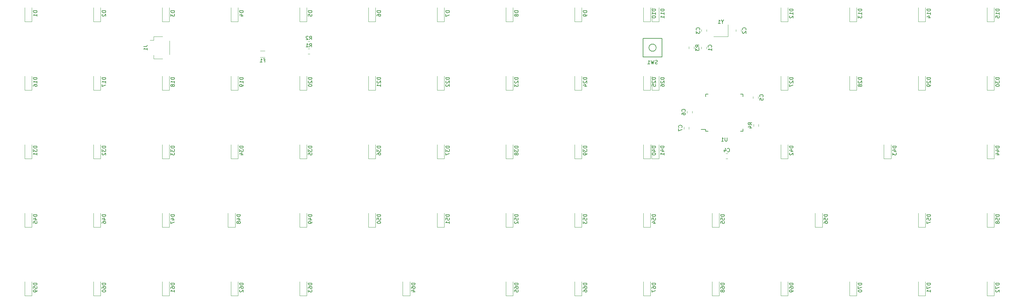
<source format=gbr>
G04 #@! TF.GenerationSoftware,KiCad,Pcbnew,(5.1.4)-1*
G04 #@! TF.CreationDate,2022-05-13T16:31:46-07:00*
G04 #@! TF.ProjectId,bakeneko60tho,62616b65-6e65-46b6-9f36-3074686f2e6b,rev?*
G04 #@! TF.SameCoordinates,Original*
G04 #@! TF.FileFunction,Legend,Bot*
G04 #@! TF.FilePolarity,Positive*
%FSLAX46Y46*%
G04 Gerber Fmt 4.6, Leading zero omitted, Abs format (unit mm)*
G04 Created by KiCad (PCBNEW (5.1.4)-1) date 2022-05-13 16:31:46*
%MOMM*%
%LPD*%
G04 APERTURE LIST*
%ADD10C,0.120000*%
%ADD11C,0.150000*%
G04 APERTURE END LIST*
D10*
X94520936Y-32618000D02*
X95725064Y-32618000D01*
X94520936Y-34438000D02*
X95725064Y-34438000D01*
X69360000Y-29810000D02*
X69360000Y-33690000D01*
X64890000Y-34860000D02*
X64890000Y-33810000D01*
X67390000Y-34860000D02*
X64890000Y-34860000D01*
X64890000Y-29690000D02*
X63900000Y-29690000D01*
X64890000Y-28640000D02*
X64890000Y-29690000D01*
X67390000Y-28640000D02*
X64890000Y-28640000D01*
X231065000Y-45851578D02*
X231065000Y-45334422D01*
X232485000Y-45851578D02*
X232485000Y-45334422D01*
X224032578Y-61202500D02*
X223515422Y-61202500D01*
X224032578Y-62622500D02*
X223515422Y-62622500D01*
X232612000Y-53081422D02*
X232612000Y-53598578D01*
X231192000Y-53081422D02*
X231192000Y-53598578D01*
X218197500Y-26728922D02*
X218197500Y-27246078D01*
X216777500Y-26728922D02*
X216777500Y-27246078D01*
D11*
X217932250Y-54447500D02*
X216657250Y-54447500D01*
X228282250Y-55022500D02*
X227607250Y-55022500D01*
X228282250Y-44672500D02*
X227607250Y-44672500D01*
X217932250Y-44672500D02*
X218607250Y-44672500D01*
X217932250Y-55022500D02*
X218607250Y-55022500D01*
X217932250Y-44672500D02*
X217932250Y-45347500D01*
X228282250Y-44672500D02*
X228282250Y-45347500D01*
X228282250Y-55022500D02*
X228282250Y-54347500D01*
X217932250Y-55022500D02*
X217932250Y-54447500D01*
D10*
X213285000Y-32008578D02*
X213285000Y-31491422D01*
X214705000Y-32008578D02*
X214705000Y-31491422D01*
X108208578Y-31444000D02*
X107691422Y-31444000D01*
X108208578Y-30024000D02*
X107691422Y-30024000D01*
X224091250Y-28637500D02*
X220091250Y-28637500D01*
X224091250Y-25337500D02*
X224091250Y-28637500D01*
D11*
X205800000Y-29150000D02*
X200600000Y-29150000D01*
X200600000Y-29150000D02*
X200600000Y-34350000D01*
X200600000Y-34350000D02*
X205800000Y-34350000D01*
X205800000Y-34350000D02*
X205800000Y-29150000D01*
X204200000Y-31750000D02*
G75*
G03X204200000Y-31750000I-1000000J0D01*
G01*
D10*
X108208578Y-33476000D02*
X107691422Y-33476000D01*
X108208578Y-32056000D02*
X107691422Y-32056000D01*
X297862500Y-100675000D02*
X297862500Y-96775000D01*
X295862500Y-100675000D02*
X295862500Y-96775000D01*
X297862500Y-100675000D02*
X295862500Y-100675000D01*
X278812500Y-100675000D02*
X278812500Y-96775000D01*
X276812500Y-100675000D02*
X276812500Y-96775000D01*
X278812500Y-100675000D02*
X276812500Y-100675000D01*
X259762500Y-100675000D02*
X259762500Y-96775000D01*
X257762500Y-100675000D02*
X257762500Y-96775000D01*
X259762500Y-100675000D02*
X257762500Y-100675000D01*
X240712500Y-100675000D02*
X240712500Y-96775000D01*
X238712500Y-100675000D02*
X238712500Y-96775000D01*
X240712500Y-100675000D02*
X238712500Y-100675000D01*
X221662500Y-100675000D02*
X221662500Y-96775000D01*
X219662500Y-100675000D02*
X219662500Y-96775000D01*
X221662500Y-100675000D02*
X219662500Y-100675000D01*
X202612500Y-100675000D02*
X202612500Y-96775000D01*
X200612500Y-100675000D02*
X200612500Y-96775000D01*
X202612500Y-100675000D02*
X200612500Y-100675000D01*
X183562500Y-100675000D02*
X183562500Y-96775000D01*
X181562500Y-100675000D02*
X181562500Y-96775000D01*
X183562500Y-100675000D02*
X181562500Y-100675000D01*
X164512500Y-100675000D02*
X164512500Y-96775000D01*
X162512500Y-100675000D02*
X162512500Y-96775000D01*
X164512500Y-100675000D02*
X162512500Y-100675000D01*
X135937500Y-100675000D02*
X135937500Y-96775000D01*
X133937500Y-100675000D02*
X133937500Y-96775000D01*
X135937500Y-100675000D02*
X133937500Y-100675000D01*
X107362500Y-100675000D02*
X107362500Y-96775000D01*
X105362500Y-100675000D02*
X105362500Y-96775000D01*
X107362500Y-100675000D02*
X105362500Y-100675000D01*
X88312500Y-100675000D02*
X88312500Y-96775000D01*
X86312500Y-100675000D02*
X86312500Y-96775000D01*
X88312500Y-100675000D02*
X86312500Y-100675000D01*
X69262500Y-100675000D02*
X69262500Y-96775000D01*
X67262500Y-100675000D02*
X67262500Y-96775000D01*
X69262500Y-100675000D02*
X67262500Y-100675000D01*
X50212500Y-100675000D02*
X50212500Y-96775000D01*
X48212500Y-100675000D02*
X48212500Y-96775000D01*
X50212500Y-100675000D02*
X48212500Y-100675000D01*
X31162500Y-100675000D02*
X31162500Y-96775000D01*
X29162500Y-100675000D02*
X29162500Y-96775000D01*
X31162500Y-100675000D02*
X29162500Y-100675000D01*
X297862500Y-81625000D02*
X297862500Y-77725000D01*
X295862500Y-81625000D02*
X295862500Y-77725000D01*
X297862500Y-81625000D02*
X295862500Y-81625000D01*
X278812500Y-81625000D02*
X278812500Y-77725000D01*
X276812500Y-81625000D02*
X276812500Y-77725000D01*
X278812500Y-81625000D02*
X276812500Y-81625000D01*
X250237500Y-81625000D02*
X250237500Y-77725000D01*
X248237500Y-81625000D02*
X248237500Y-77725000D01*
X250237500Y-81625000D02*
X248237500Y-81625000D01*
X221662500Y-81625000D02*
X221662500Y-77725000D01*
X219662500Y-81625000D02*
X219662500Y-77725000D01*
X221662500Y-81625000D02*
X219662500Y-81625000D01*
X202612500Y-81625000D02*
X202612500Y-77725000D01*
X200612500Y-81625000D02*
X200612500Y-77725000D01*
X202612500Y-81625000D02*
X200612500Y-81625000D01*
X183562500Y-81625000D02*
X183562500Y-77725000D01*
X181562500Y-81625000D02*
X181562500Y-77725000D01*
X183562500Y-81625000D02*
X181562500Y-81625000D01*
X164512500Y-81625000D02*
X164512500Y-77725000D01*
X162512500Y-81625000D02*
X162512500Y-77725000D01*
X164512500Y-81625000D02*
X162512500Y-81625000D01*
X145462500Y-81625000D02*
X145462500Y-77725000D01*
X143462500Y-81625000D02*
X143462500Y-77725000D01*
X145462500Y-81625000D02*
X143462500Y-81625000D01*
X126412500Y-81625000D02*
X126412500Y-77725000D01*
X124412500Y-81625000D02*
X124412500Y-77725000D01*
X126412500Y-81625000D02*
X124412500Y-81625000D01*
X107362500Y-81625000D02*
X107362500Y-77725000D01*
X105362500Y-81625000D02*
X105362500Y-77725000D01*
X107362500Y-81625000D02*
X105362500Y-81625000D01*
X87518750Y-81625000D02*
X87518750Y-77725000D01*
X85518750Y-81625000D02*
X85518750Y-77725000D01*
X87518750Y-81625000D02*
X85518750Y-81625000D01*
X69262500Y-81625000D02*
X69262500Y-77725000D01*
X67262500Y-81625000D02*
X67262500Y-77725000D01*
X69262500Y-81625000D02*
X67262500Y-81625000D01*
X50212500Y-81625000D02*
X50212500Y-77725000D01*
X48212500Y-81625000D02*
X48212500Y-77725000D01*
X50212500Y-81625000D02*
X48212500Y-81625000D01*
X31162500Y-81625000D02*
X31162500Y-77725000D01*
X29162500Y-81625000D02*
X29162500Y-77725000D01*
X31162500Y-81625000D02*
X29162500Y-81625000D01*
X297862500Y-62575000D02*
X297862500Y-58675000D01*
X295862500Y-62575000D02*
X295862500Y-58675000D01*
X297862500Y-62575000D02*
X295862500Y-62575000D01*
X269287500Y-62575000D02*
X269287500Y-58675000D01*
X267287500Y-62575000D02*
X267287500Y-58675000D01*
X269287500Y-62575000D02*
X267287500Y-62575000D01*
X240712500Y-62575000D02*
X240712500Y-58675000D01*
X238712500Y-62575000D02*
X238712500Y-58675000D01*
X240712500Y-62575000D02*
X238712500Y-62575000D01*
X204962000Y-62575000D02*
X204962000Y-58675000D01*
X202962000Y-62575000D02*
X202962000Y-58675000D01*
X204962000Y-62575000D02*
X202962000Y-62575000D01*
X202612500Y-62575000D02*
X202612500Y-58675000D01*
X200612500Y-62575000D02*
X200612500Y-58675000D01*
X202612500Y-62575000D02*
X200612500Y-62575000D01*
X183562500Y-62575000D02*
X183562500Y-58675000D01*
X181562500Y-62575000D02*
X181562500Y-58675000D01*
X183562500Y-62575000D02*
X181562500Y-62575000D01*
X164512500Y-62575000D02*
X164512500Y-58675000D01*
X162512500Y-62575000D02*
X162512500Y-58675000D01*
X164512500Y-62575000D02*
X162512500Y-62575000D01*
X145462500Y-62575000D02*
X145462500Y-58675000D01*
X143462500Y-62575000D02*
X143462500Y-58675000D01*
X145462500Y-62575000D02*
X143462500Y-62575000D01*
X126412500Y-62575000D02*
X126412500Y-58675000D01*
X124412500Y-62575000D02*
X124412500Y-58675000D01*
X126412500Y-62575000D02*
X124412500Y-62575000D01*
X107362500Y-62575000D02*
X107362500Y-58675000D01*
X105362500Y-62575000D02*
X105362500Y-58675000D01*
X107362500Y-62575000D02*
X105362500Y-62575000D01*
X88312500Y-62575000D02*
X88312500Y-58675000D01*
X86312500Y-62575000D02*
X86312500Y-58675000D01*
X88312500Y-62575000D02*
X86312500Y-62575000D01*
X69262500Y-62575000D02*
X69262500Y-58675000D01*
X67262500Y-62575000D02*
X67262500Y-58675000D01*
X69262500Y-62575000D02*
X67262500Y-62575000D01*
X50212500Y-62575000D02*
X50212500Y-58675000D01*
X48212500Y-62575000D02*
X48212500Y-58675000D01*
X50212500Y-62575000D02*
X48212500Y-62575000D01*
X31162500Y-62575000D02*
X31162500Y-58675000D01*
X29162500Y-62575000D02*
X29162500Y-58675000D01*
X31162500Y-62575000D02*
X29162500Y-62575000D01*
X297862500Y-43525000D02*
X297862500Y-39625000D01*
X295862500Y-43525000D02*
X295862500Y-39625000D01*
X297862500Y-43525000D02*
X295862500Y-43525000D01*
X278812500Y-43525000D02*
X278812500Y-39625000D01*
X276812500Y-43525000D02*
X276812500Y-39625000D01*
X278812500Y-43525000D02*
X276812500Y-43525000D01*
X259762500Y-43525000D02*
X259762500Y-39625000D01*
X257762500Y-43525000D02*
X257762500Y-39625000D01*
X259762500Y-43525000D02*
X257762500Y-43525000D01*
X240712500Y-43525000D02*
X240712500Y-39625000D01*
X238712500Y-43525000D02*
X238712500Y-39625000D01*
X240712500Y-43525000D02*
X238712500Y-43525000D01*
X204993750Y-43525000D02*
X204993750Y-39625000D01*
X202993750Y-43525000D02*
X202993750Y-39625000D01*
X204993750Y-43525000D02*
X202993750Y-43525000D01*
X202612500Y-43525000D02*
X202612500Y-39625000D01*
X200612500Y-43525000D02*
X200612500Y-39625000D01*
X202612500Y-43525000D02*
X200612500Y-43525000D01*
X183562500Y-43525000D02*
X183562500Y-39625000D01*
X181562500Y-43525000D02*
X181562500Y-39625000D01*
X183562500Y-43525000D02*
X181562500Y-43525000D01*
X164512500Y-43525000D02*
X164512500Y-39625000D01*
X162512500Y-43525000D02*
X162512500Y-39625000D01*
X164512500Y-43525000D02*
X162512500Y-43525000D01*
X145462500Y-43525000D02*
X145462500Y-39625000D01*
X143462500Y-43525000D02*
X143462500Y-39625000D01*
X145462500Y-43525000D02*
X143462500Y-43525000D01*
X126412500Y-43525000D02*
X126412500Y-39625000D01*
X124412500Y-43525000D02*
X124412500Y-39625000D01*
X126412500Y-43525000D02*
X124412500Y-43525000D01*
X107362500Y-43525000D02*
X107362500Y-39625000D01*
X105362500Y-43525000D02*
X105362500Y-39625000D01*
X107362500Y-43525000D02*
X105362500Y-43525000D01*
X88312500Y-43525000D02*
X88312500Y-39625000D01*
X86312500Y-43525000D02*
X86312500Y-39625000D01*
X88312500Y-43525000D02*
X86312500Y-43525000D01*
X69262500Y-43525000D02*
X69262500Y-39625000D01*
X67262500Y-43525000D02*
X67262500Y-39625000D01*
X69262500Y-43525000D02*
X67262500Y-43525000D01*
X50212500Y-43525000D02*
X50212500Y-39625000D01*
X48212500Y-43525000D02*
X48212500Y-39625000D01*
X50212500Y-43525000D02*
X48212500Y-43525000D01*
X31162500Y-43525000D02*
X31162500Y-39625000D01*
X29162500Y-43525000D02*
X29162500Y-39625000D01*
X31162500Y-43525000D02*
X29162500Y-43525000D01*
X297862500Y-24475000D02*
X297862500Y-20575000D01*
X295862500Y-24475000D02*
X295862500Y-20575000D01*
X297862500Y-24475000D02*
X295862500Y-24475000D01*
X278812500Y-24475000D02*
X278812500Y-20575000D01*
X276812500Y-24475000D02*
X276812500Y-20575000D01*
X278812500Y-24475000D02*
X276812500Y-24475000D01*
X259762500Y-24475000D02*
X259762500Y-20575000D01*
X257762500Y-24475000D02*
X257762500Y-20575000D01*
X259762500Y-24475000D02*
X257762500Y-24475000D01*
X240712500Y-24475000D02*
X240712500Y-20575000D01*
X238712500Y-24475000D02*
X238712500Y-20575000D01*
X240712500Y-24475000D02*
X238712500Y-24475000D01*
X204993750Y-24475000D02*
X204993750Y-20575000D01*
X202993750Y-24475000D02*
X202993750Y-20575000D01*
X204993750Y-24475000D02*
X202993750Y-24475000D01*
X202612500Y-24475000D02*
X202612500Y-20575000D01*
X200612500Y-24475000D02*
X200612500Y-20575000D01*
X202612500Y-24475000D02*
X200612500Y-24475000D01*
X183562500Y-24475000D02*
X183562500Y-20575000D01*
X181562500Y-24475000D02*
X181562500Y-20575000D01*
X183562500Y-24475000D02*
X181562500Y-24475000D01*
X164512500Y-24475000D02*
X164512500Y-20575000D01*
X162512500Y-24475000D02*
X162512500Y-20575000D01*
X164512500Y-24475000D02*
X162512500Y-24475000D01*
X145462500Y-24475000D02*
X145462500Y-20575000D01*
X143462500Y-24475000D02*
X143462500Y-20575000D01*
X145462500Y-24475000D02*
X143462500Y-24475000D01*
X126412500Y-24475000D02*
X126412500Y-20575000D01*
X124412500Y-24475000D02*
X124412500Y-20575000D01*
X126412500Y-24475000D02*
X124412500Y-24475000D01*
X107362500Y-24475000D02*
X107362500Y-20575000D01*
X105362500Y-24475000D02*
X105362500Y-20575000D01*
X107362500Y-24475000D02*
X105362500Y-24475000D01*
X88312500Y-24475000D02*
X88312500Y-20575000D01*
X86312500Y-24475000D02*
X86312500Y-20575000D01*
X88312500Y-24475000D02*
X86312500Y-24475000D01*
X69262500Y-24475000D02*
X69262500Y-20575000D01*
X67262500Y-24475000D02*
X67262500Y-20575000D01*
X69262500Y-24475000D02*
X67262500Y-24475000D01*
X50212500Y-24475000D02*
X50212500Y-20575000D01*
X48212500Y-24475000D02*
X48212500Y-20575000D01*
X50212500Y-24475000D02*
X48212500Y-24475000D01*
X31162500Y-24475000D02*
X31162500Y-20575000D01*
X29162500Y-24475000D02*
X29162500Y-20575000D01*
X31162500Y-24475000D02*
X29162500Y-24475000D01*
X213308000Y-53843422D02*
X213308000Y-54360578D01*
X211888000Y-53843422D02*
X211888000Y-54360578D01*
X214197000Y-49398422D02*
X214197000Y-49915578D01*
X212777000Y-49398422D02*
X212777000Y-49915578D01*
X226302500Y-27246078D02*
X226302500Y-26728922D01*
X227722500Y-27246078D02*
X227722500Y-26728922D01*
X216777500Y-32040328D02*
X216777500Y-31523172D01*
X218197500Y-32040328D02*
X218197500Y-31523172D01*
D11*
X95456333Y-35276571D02*
X95789666Y-35276571D01*
X95789666Y-35800380D02*
X95789666Y-34800380D01*
X95313476Y-34800380D01*
X94408714Y-35800380D02*
X94980142Y-35800380D01*
X94694428Y-35800380D02*
X94694428Y-34800380D01*
X94789666Y-34943238D01*
X94884904Y-35038476D01*
X94980142Y-35086095D01*
X62147380Y-31416666D02*
X62861666Y-31416666D01*
X63004523Y-31369047D01*
X63099761Y-31273809D01*
X63147380Y-31130952D01*
X63147380Y-31035714D01*
X63147380Y-32416666D02*
X63147380Y-31845238D01*
X63147380Y-32130952D02*
X62147380Y-32130952D01*
X62290238Y-32035714D01*
X62385476Y-31940476D01*
X62433095Y-31845238D01*
X233782142Y-45426333D02*
X233829761Y-45378714D01*
X233877380Y-45235857D01*
X233877380Y-45140619D01*
X233829761Y-44997761D01*
X233734523Y-44902523D01*
X233639285Y-44854904D01*
X233448809Y-44807285D01*
X233305952Y-44807285D01*
X233115476Y-44854904D01*
X233020238Y-44902523D01*
X232925000Y-44997761D01*
X232877380Y-45140619D01*
X232877380Y-45235857D01*
X232925000Y-45378714D01*
X232972619Y-45426333D01*
X232877380Y-46331095D02*
X232877380Y-45854904D01*
X233353571Y-45807285D01*
X233305952Y-45854904D01*
X233258333Y-45950142D01*
X233258333Y-46188238D01*
X233305952Y-46283476D01*
X233353571Y-46331095D01*
X233448809Y-46378714D01*
X233686904Y-46378714D01*
X233782142Y-46331095D01*
X233829761Y-46283476D01*
X233877380Y-46188238D01*
X233877380Y-45950142D01*
X233829761Y-45854904D01*
X233782142Y-45807285D01*
X223940666Y-60619642D02*
X223988285Y-60667261D01*
X224131142Y-60714880D01*
X224226380Y-60714880D01*
X224369238Y-60667261D01*
X224464476Y-60572023D01*
X224512095Y-60476785D01*
X224559714Y-60286309D01*
X224559714Y-60143452D01*
X224512095Y-59952976D01*
X224464476Y-59857738D01*
X224369238Y-59762500D01*
X224226380Y-59714880D01*
X224131142Y-59714880D01*
X223988285Y-59762500D01*
X223940666Y-59810119D01*
X223083523Y-60048214D02*
X223083523Y-60714880D01*
X223321619Y-59667261D02*
X223559714Y-60381547D01*
X222940666Y-60381547D01*
X230704380Y-53173333D02*
X230228190Y-52840000D01*
X230704380Y-52601904D02*
X229704380Y-52601904D01*
X229704380Y-52982857D01*
X229752000Y-53078095D01*
X229799619Y-53125714D01*
X229894857Y-53173333D01*
X230037714Y-53173333D01*
X230132952Y-53125714D01*
X230180571Y-53078095D01*
X230228190Y-52982857D01*
X230228190Y-52601904D01*
X230037714Y-54030476D02*
X230704380Y-54030476D01*
X229656761Y-53792380D02*
X230371047Y-53554285D01*
X230371047Y-54173333D01*
X216194642Y-26820833D02*
X216242261Y-26773214D01*
X216289880Y-26630357D01*
X216289880Y-26535119D01*
X216242261Y-26392261D01*
X216147023Y-26297023D01*
X216051785Y-26249404D01*
X215861309Y-26201785D01*
X215718452Y-26201785D01*
X215527976Y-26249404D01*
X215432738Y-26297023D01*
X215337500Y-26392261D01*
X215289880Y-26535119D01*
X215289880Y-26630357D01*
X215337500Y-26773214D01*
X215385119Y-26820833D01*
X215289880Y-27154166D02*
X215289880Y-27773214D01*
X215670833Y-27439880D01*
X215670833Y-27582738D01*
X215718452Y-27677976D01*
X215766071Y-27725595D01*
X215861309Y-27773214D01*
X216099404Y-27773214D01*
X216194642Y-27725595D01*
X216242261Y-27677976D01*
X216289880Y-27582738D01*
X216289880Y-27297023D01*
X216242261Y-27201785D01*
X216194642Y-27154166D01*
X223869154Y-56749880D02*
X223869154Y-57559404D01*
X223821535Y-57654642D01*
X223773916Y-57702261D01*
X223678678Y-57749880D01*
X223488202Y-57749880D01*
X223392964Y-57702261D01*
X223345345Y-57654642D01*
X223297726Y-57559404D01*
X223297726Y-56749880D01*
X222297726Y-57749880D02*
X222869154Y-57749880D01*
X222583440Y-57749880D02*
X222583440Y-56749880D01*
X222678678Y-56892738D01*
X222773916Y-56987976D01*
X222869154Y-57035595D01*
X216097380Y-31583333D02*
X215621190Y-31250000D01*
X216097380Y-31011904D02*
X215097380Y-31011904D01*
X215097380Y-31392857D01*
X215145000Y-31488095D01*
X215192619Y-31535714D01*
X215287857Y-31583333D01*
X215430714Y-31583333D01*
X215525952Y-31535714D01*
X215573571Y-31488095D01*
X215621190Y-31392857D01*
X215621190Y-31011904D01*
X215097380Y-31916666D02*
X215097380Y-32535714D01*
X215478333Y-32202380D01*
X215478333Y-32345238D01*
X215525952Y-32440476D01*
X215573571Y-32488095D01*
X215668809Y-32535714D01*
X215906904Y-32535714D01*
X216002142Y-32488095D01*
X216049761Y-32440476D01*
X216097380Y-32345238D01*
X216097380Y-32059523D01*
X216049761Y-31964285D01*
X216002142Y-31916666D01*
X108116666Y-29536380D02*
X108450000Y-29060190D01*
X108688095Y-29536380D02*
X108688095Y-28536380D01*
X108307142Y-28536380D01*
X108211904Y-28584000D01*
X108164285Y-28631619D01*
X108116666Y-28726857D01*
X108116666Y-28869714D01*
X108164285Y-28964952D01*
X108211904Y-29012571D01*
X108307142Y-29060190D01*
X108688095Y-29060190D01*
X107735714Y-28631619D02*
X107688095Y-28584000D01*
X107592857Y-28536380D01*
X107354761Y-28536380D01*
X107259523Y-28584000D01*
X107211904Y-28631619D01*
X107164285Y-28726857D01*
X107164285Y-28822095D01*
X107211904Y-28964952D01*
X107783333Y-29536380D01*
X107164285Y-29536380D01*
X222567440Y-24513690D02*
X222567440Y-24989880D01*
X222900773Y-23989880D02*
X222567440Y-24513690D01*
X222234107Y-23989880D01*
X221376964Y-24989880D02*
X221948392Y-24989880D01*
X221662678Y-24989880D02*
X221662678Y-23989880D01*
X221757916Y-24132738D01*
X221853154Y-24227976D01*
X221948392Y-24275595D01*
X204533333Y-36218761D02*
X204390476Y-36266380D01*
X204152380Y-36266380D01*
X204057142Y-36218761D01*
X204009523Y-36171142D01*
X203961904Y-36075904D01*
X203961904Y-35980666D01*
X204009523Y-35885428D01*
X204057142Y-35837809D01*
X204152380Y-35790190D01*
X204342857Y-35742571D01*
X204438095Y-35694952D01*
X204485714Y-35647333D01*
X204533333Y-35552095D01*
X204533333Y-35456857D01*
X204485714Y-35361619D01*
X204438095Y-35314000D01*
X204342857Y-35266380D01*
X204104761Y-35266380D01*
X203961904Y-35314000D01*
X203628571Y-35266380D02*
X203390476Y-36266380D01*
X203200000Y-35552095D01*
X203009523Y-36266380D01*
X202771428Y-35266380D01*
X201866666Y-36266380D02*
X202438095Y-36266380D01*
X202152380Y-36266380D02*
X202152380Y-35266380D01*
X202247619Y-35409238D01*
X202342857Y-35504476D01*
X202438095Y-35552095D01*
X108116666Y-31568380D02*
X108450000Y-31092190D01*
X108688095Y-31568380D02*
X108688095Y-30568380D01*
X108307142Y-30568380D01*
X108211904Y-30616000D01*
X108164285Y-30663619D01*
X108116666Y-30758857D01*
X108116666Y-30901714D01*
X108164285Y-30996952D01*
X108211904Y-31044571D01*
X108307142Y-31092190D01*
X108688095Y-31092190D01*
X107164285Y-31568380D02*
X107735714Y-31568380D01*
X107450000Y-31568380D02*
X107450000Y-30568380D01*
X107545238Y-30711238D01*
X107640476Y-30806476D01*
X107735714Y-30854095D01*
X299314880Y-97210714D02*
X298314880Y-97210714D01*
X298314880Y-97448809D01*
X298362500Y-97591666D01*
X298457738Y-97686904D01*
X298552976Y-97734523D01*
X298743452Y-97782142D01*
X298886309Y-97782142D01*
X299076785Y-97734523D01*
X299172023Y-97686904D01*
X299267261Y-97591666D01*
X299314880Y-97448809D01*
X299314880Y-97210714D01*
X298314880Y-98115476D02*
X298314880Y-98782142D01*
X299314880Y-98353571D01*
X298410119Y-99115476D02*
X298362500Y-99163095D01*
X298314880Y-99258333D01*
X298314880Y-99496428D01*
X298362500Y-99591666D01*
X298410119Y-99639285D01*
X298505357Y-99686904D01*
X298600595Y-99686904D01*
X298743452Y-99639285D01*
X299314880Y-99067857D01*
X299314880Y-99686904D01*
X280264880Y-97210714D02*
X279264880Y-97210714D01*
X279264880Y-97448809D01*
X279312500Y-97591666D01*
X279407738Y-97686904D01*
X279502976Y-97734523D01*
X279693452Y-97782142D01*
X279836309Y-97782142D01*
X280026785Y-97734523D01*
X280122023Y-97686904D01*
X280217261Y-97591666D01*
X280264880Y-97448809D01*
X280264880Y-97210714D01*
X279264880Y-98115476D02*
X279264880Y-98782142D01*
X280264880Y-98353571D01*
X280264880Y-99686904D02*
X280264880Y-99115476D01*
X280264880Y-99401190D02*
X279264880Y-99401190D01*
X279407738Y-99305952D01*
X279502976Y-99210714D01*
X279550595Y-99115476D01*
X261214880Y-97210714D02*
X260214880Y-97210714D01*
X260214880Y-97448809D01*
X260262500Y-97591666D01*
X260357738Y-97686904D01*
X260452976Y-97734523D01*
X260643452Y-97782142D01*
X260786309Y-97782142D01*
X260976785Y-97734523D01*
X261072023Y-97686904D01*
X261167261Y-97591666D01*
X261214880Y-97448809D01*
X261214880Y-97210714D01*
X260214880Y-98115476D02*
X260214880Y-98782142D01*
X261214880Y-98353571D01*
X260214880Y-99353571D02*
X260214880Y-99448809D01*
X260262500Y-99544047D01*
X260310119Y-99591666D01*
X260405357Y-99639285D01*
X260595833Y-99686904D01*
X260833928Y-99686904D01*
X261024404Y-99639285D01*
X261119642Y-99591666D01*
X261167261Y-99544047D01*
X261214880Y-99448809D01*
X261214880Y-99353571D01*
X261167261Y-99258333D01*
X261119642Y-99210714D01*
X261024404Y-99163095D01*
X260833928Y-99115476D01*
X260595833Y-99115476D01*
X260405357Y-99163095D01*
X260310119Y-99210714D01*
X260262500Y-99258333D01*
X260214880Y-99353571D01*
X242164880Y-97210714D02*
X241164880Y-97210714D01*
X241164880Y-97448809D01*
X241212500Y-97591666D01*
X241307738Y-97686904D01*
X241402976Y-97734523D01*
X241593452Y-97782142D01*
X241736309Y-97782142D01*
X241926785Y-97734523D01*
X242022023Y-97686904D01*
X242117261Y-97591666D01*
X242164880Y-97448809D01*
X242164880Y-97210714D01*
X241164880Y-98639285D02*
X241164880Y-98448809D01*
X241212500Y-98353571D01*
X241260119Y-98305952D01*
X241402976Y-98210714D01*
X241593452Y-98163095D01*
X241974404Y-98163095D01*
X242069642Y-98210714D01*
X242117261Y-98258333D01*
X242164880Y-98353571D01*
X242164880Y-98544047D01*
X242117261Y-98639285D01*
X242069642Y-98686904D01*
X241974404Y-98734523D01*
X241736309Y-98734523D01*
X241641071Y-98686904D01*
X241593452Y-98639285D01*
X241545833Y-98544047D01*
X241545833Y-98353571D01*
X241593452Y-98258333D01*
X241641071Y-98210714D01*
X241736309Y-98163095D01*
X242164880Y-99210714D02*
X242164880Y-99401190D01*
X242117261Y-99496428D01*
X242069642Y-99544047D01*
X241926785Y-99639285D01*
X241736309Y-99686904D01*
X241355357Y-99686904D01*
X241260119Y-99639285D01*
X241212500Y-99591666D01*
X241164880Y-99496428D01*
X241164880Y-99305952D01*
X241212500Y-99210714D01*
X241260119Y-99163095D01*
X241355357Y-99115476D01*
X241593452Y-99115476D01*
X241688690Y-99163095D01*
X241736309Y-99210714D01*
X241783928Y-99305952D01*
X241783928Y-99496428D01*
X241736309Y-99591666D01*
X241688690Y-99639285D01*
X241593452Y-99686904D01*
X223114880Y-97210714D02*
X222114880Y-97210714D01*
X222114880Y-97448809D01*
X222162500Y-97591666D01*
X222257738Y-97686904D01*
X222352976Y-97734523D01*
X222543452Y-97782142D01*
X222686309Y-97782142D01*
X222876785Y-97734523D01*
X222972023Y-97686904D01*
X223067261Y-97591666D01*
X223114880Y-97448809D01*
X223114880Y-97210714D01*
X222114880Y-98639285D02*
X222114880Y-98448809D01*
X222162500Y-98353571D01*
X222210119Y-98305952D01*
X222352976Y-98210714D01*
X222543452Y-98163095D01*
X222924404Y-98163095D01*
X223019642Y-98210714D01*
X223067261Y-98258333D01*
X223114880Y-98353571D01*
X223114880Y-98544047D01*
X223067261Y-98639285D01*
X223019642Y-98686904D01*
X222924404Y-98734523D01*
X222686309Y-98734523D01*
X222591071Y-98686904D01*
X222543452Y-98639285D01*
X222495833Y-98544047D01*
X222495833Y-98353571D01*
X222543452Y-98258333D01*
X222591071Y-98210714D01*
X222686309Y-98163095D01*
X222543452Y-99305952D02*
X222495833Y-99210714D01*
X222448214Y-99163095D01*
X222352976Y-99115476D01*
X222305357Y-99115476D01*
X222210119Y-99163095D01*
X222162500Y-99210714D01*
X222114880Y-99305952D01*
X222114880Y-99496428D01*
X222162500Y-99591666D01*
X222210119Y-99639285D01*
X222305357Y-99686904D01*
X222352976Y-99686904D01*
X222448214Y-99639285D01*
X222495833Y-99591666D01*
X222543452Y-99496428D01*
X222543452Y-99305952D01*
X222591071Y-99210714D01*
X222638690Y-99163095D01*
X222733928Y-99115476D01*
X222924404Y-99115476D01*
X223019642Y-99163095D01*
X223067261Y-99210714D01*
X223114880Y-99305952D01*
X223114880Y-99496428D01*
X223067261Y-99591666D01*
X223019642Y-99639285D01*
X222924404Y-99686904D01*
X222733928Y-99686904D01*
X222638690Y-99639285D01*
X222591071Y-99591666D01*
X222543452Y-99496428D01*
X204064880Y-97210714D02*
X203064880Y-97210714D01*
X203064880Y-97448809D01*
X203112500Y-97591666D01*
X203207738Y-97686904D01*
X203302976Y-97734523D01*
X203493452Y-97782142D01*
X203636309Y-97782142D01*
X203826785Y-97734523D01*
X203922023Y-97686904D01*
X204017261Y-97591666D01*
X204064880Y-97448809D01*
X204064880Y-97210714D01*
X203064880Y-98639285D02*
X203064880Y-98448809D01*
X203112500Y-98353571D01*
X203160119Y-98305952D01*
X203302976Y-98210714D01*
X203493452Y-98163095D01*
X203874404Y-98163095D01*
X203969642Y-98210714D01*
X204017261Y-98258333D01*
X204064880Y-98353571D01*
X204064880Y-98544047D01*
X204017261Y-98639285D01*
X203969642Y-98686904D01*
X203874404Y-98734523D01*
X203636309Y-98734523D01*
X203541071Y-98686904D01*
X203493452Y-98639285D01*
X203445833Y-98544047D01*
X203445833Y-98353571D01*
X203493452Y-98258333D01*
X203541071Y-98210714D01*
X203636309Y-98163095D01*
X203064880Y-99067857D02*
X203064880Y-99734523D01*
X204064880Y-99305952D01*
X185014880Y-97210714D02*
X184014880Y-97210714D01*
X184014880Y-97448809D01*
X184062500Y-97591666D01*
X184157738Y-97686904D01*
X184252976Y-97734523D01*
X184443452Y-97782142D01*
X184586309Y-97782142D01*
X184776785Y-97734523D01*
X184872023Y-97686904D01*
X184967261Y-97591666D01*
X185014880Y-97448809D01*
X185014880Y-97210714D01*
X184014880Y-98639285D02*
X184014880Y-98448809D01*
X184062500Y-98353571D01*
X184110119Y-98305952D01*
X184252976Y-98210714D01*
X184443452Y-98163095D01*
X184824404Y-98163095D01*
X184919642Y-98210714D01*
X184967261Y-98258333D01*
X185014880Y-98353571D01*
X185014880Y-98544047D01*
X184967261Y-98639285D01*
X184919642Y-98686904D01*
X184824404Y-98734523D01*
X184586309Y-98734523D01*
X184491071Y-98686904D01*
X184443452Y-98639285D01*
X184395833Y-98544047D01*
X184395833Y-98353571D01*
X184443452Y-98258333D01*
X184491071Y-98210714D01*
X184586309Y-98163095D01*
X184014880Y-99591666D02*
X184014880Y-99401190D01*
X184062500Y-99305952D01*
X184110119Y-99258333D01*
X184252976Y-99163095D01*
X184443452Y-99115476D01*
X184824404Y-99115476D01*
X184919642Y-99163095D01*
X184967261Y-99210714D01*
X185014880Y-99305952D01*
X185014880Y-99496428D01*
X184967261Y-99591666D01*
X184919642Y-99639285D01*
X184824404Y-99686904D01*
X184586309Y-99686904D01*
X184491071Y-99639285D01*
X184443452Y-99591666D01*
X184395833Y-99496428D01*
X184395833Y-99305952D01*
X184443452Y-99210714D01*
X184491071Y-99163095D01*
X184586309Y-99115476D01*
X165964880Y-97210714D02*
X164964880Y-97210714D01*
X164964880Y-97448809D01*
X165012500Y-97591666D01*
X165107738Y-97686904D01*
X165202976Y-97734523D01*
X165393452Y-97782142D01*
X165536309Y-97782142D01*
X165726785Y-97734523D01*
X165822023Y-97686904D01*
X165917261Y-97591666D01*
X165964880Y-97448809D01*
X165964880Y-97210714D01*
X164964880Y-98639285D02*
X164964880Y-98448809D01*
X165012500Y-98353571D01*
X165060119Y-98305952D01*
X165202976Y-98210714D01*
X165393452Y-98163095D01*
X165774404Y-98163095D01*
X165869642Y-98210714D01*
X165917261Y-98258333D01*
X165964880Y-98353571D01*
X165964880Y-98544047D01*
X165917261Y-98639285D01*
X165869642Y-98686904D01*
X165774404Y-98734523D01*
X165536309Y-98734523D01*
X165441071Y-98686904D01*
X165393452Y-98639285D01*
X165345833Y-98544047D01*
X165345833Y-98353571D01*
X165393452Y-98258333D01*
X165441071Y-98210714D01*
X165536309Y-98163095D01*
X164964880Y-99639285D02*
X164964880Y-99163095D01*
X165441071Y-99115476D01*
X165393452Y-99163095D01*
X165345833Y-99258333D01*
X165345833Y-99496428D01*
X165393452Y-99591666D01*
X165441071Y-99639285D01*
X165536309Y-99686904D01*
X165774404Y-99686904D01*
X165869642Y-99639285D01*
X165917261Y-99591666D01*
X165964880Y-99496428D01*
X165964880Y-99258333D01*
X165917261Y-99163095D01*
X165869642Y-99115476D01*
X137389880Y-97210714D02*
X136389880Y-97210714D01*
X136389880Y-97448809D01*
X136437500Y-97591666D01*
X136532738Y-97686904D01*
X136627976Y-97734523D01*
X136818452Y-97782142D01*
X136961309Y-97782142D01*
X137151785Y-97734523D01*
X137247023Y-97686904D01*
X137342261Y-97591666D01*
X137389880Y-97448809D01*
X137389880Y-97210714D01*
X136389880Y-98639285D02*
X136389880Y-98448809D01*
X136437500Y-98353571D01*
X136485119Y-98305952D01*
X136627976Y-98210714D01*
X136818452Y-98163095D01*
X137199404Y-98163095D01*
X137294642Y-98210714D01*
X137342261Y-98258333D01*
X137389880Y-98353571D01*
X137389880Y-98544047D01*
X137342261Y-98639285D01*
X137294642Y-98686904D01*
X137199404Y-98734523D01*
X136961309Y-98734523D01*
X136866071Y-98686904D01*
X136818452Y-98639285D01*
X136770833Y-98544047D01*
X136770833Y-98353571D01*
X136818452Y-98258333D01*
X136866071Y-98210714D01*
X136961309Y-98163095D01*
X136723214Y-99591666D02*
X137389880Y-99591666D01*
X136342261Y-99353571D02*
X137056547Y-99115476D01*
X137056547Y-99734523D01*
X108814880Y-97210714D02*
X107814880Y-97210714D01*
X107814880Y-97448809D01*
X107862500Y-97591666D01*
X107957738Y-97686904D01*
X108052976Y-97734523D01*
X108243452Y-97782142D01*
X108386309Y-97782142D01*
X108576785Y-97734523D01*
X108672023Y-97686904D01*
X108767261Y-97591666D01*
X108814880Y-97448809D01*
X108814880Y-97210714D01*
X107814880Y-98639285D02*
X107814880Y-98448809D01*
X107862500Y-98353571D01*
X107910119Y-98305952D01*
X108052976Y-98210714D01*
X108243452Y-98163095D01*
X108624404Y-98163095D01*
X108719642Y-98210714D01*
X108767261Y-98258333D01*
X108814880Y-98353571D01*
X108814880Y-98544047D01*
X108767261Y-98639285D01*
X108719642Y-98686904D01*
X108624404Y-98734523D01*
X108386309Y-98734523D01*
X108291071Y-98686904D01*
X108243452Y-98639285D01*
X108195833Y-98544047D01*
X108195833Y-98353571D01*
X108243452Y-98258333D01*
X108291071Y-98210714D01*
X108386309Y-98163095D01*
X107814880Y-99067857D02*
X107814880Y-99686904D01*
X108195833Y-99353571D01*
X108195833Y-99496428D01*
X108243452Y-99591666D01*
X108291071Y-99639285D01*
X108386309Y-99686904D01*
X108624404Y-99686904D01*
X108719642Y-99639285D01*
X108767261Y-99591666D01*
X108814880Y-99496428D01*
X108814880Y-99210714D01*
X108767261Y-99115476D01*
X108719642Y-99067857D01*
X89764880Y-97210714D02*
X88764880Y-97210714D01*
X88764880Y-97448809D01*
X88812500Y-97591666D01*
X88907738Y-97686904D01*
X89002976Y-97734523D01*
X89193452Y-97782142D01*
X89336309Y-97782142D01*
X89526785Y-97734523D01*
X89622023Y-97686904D01*
X89717261Y-97591666D01*
X89764880Y-97448809D01*
X89764880Y-97210714D01*
X88764880Y-98639285D02*
X88764880Y-98448809D01*
X88812500Y-98353571D01*
X88860119Y-98305952D01*
X89002976Y-98210714D01*
X89193452Y-98163095D01*
X89574404Y-98163095D01*
X89669642Y-98210714D01*
X89717261Y-98258333D01*
X89764880Y-98353571D01*
X89764880Y-98544047D01*
X89717261Y-98639285D01*
X89669642Y-98686904D01*
X89574404Y-98734523D01*
X89336309Y-98734523D01*
X89241071Y-98686904D01*
X89193452Y-98639285D01*
X89145833Y-98544047D01*
X89145833Y-98353571D01*
X89193452Y-98258333D01*
X89241071Y-98210714D01*
X89336309Y-98163095D01*
X88860119Y-99115476D02*
X88812500Y-99163095D01*
X88764880Y-99258333D01*
X88764880Y-99496428D01*
X88812500Y-99591666D01*
X88860119Y-99639285D01*
X88955357Y-99686904D01*
X89050595Y-99686904D01*
X89193452Y-99639285D01*
X89764880Y-99067857D01*
X89764880Y-99686904D01*
X70714880Y-97210714D02*
X69714880Y-97210714D01*
X69714880Y-97448809D01*
X69762500Y-97591666D01*
X69857738Y-97686904D01*
X69952976Y-97734523D01*
X70143452Y-97782142D01*
X70286309Y-97782142D01*
X70476785Y-97734523D01*
X70572023Y-97686904D01*
X70667261Y-97591666D01*
X70714880Y-97448809D01*
X70714880Y-97210714D01*
X69714880Y-98639285D02*
X69714880Y-98448809D01*
X69762500Y-98353571D01*
X69810119Y-98305952D01*
X69952976Y-98210714D01*
X70143452Y-98163095D01*
X70524404Y-98163095D01*
X70619642Y-98210714D01*
X70667261Y-98258333D01*
X70714880Y-98353571D01*
X70714880Y-98544047D01*
X70667261Y-98639285D01*
X70619642Y-98686904D01*
X70524404Y-98734523D01*
X70286309Y-98734523D01*
X70191071Y-98686904D01*
X70143452Y-98639285D01*
X70095833Y-98544047D01*
X70095833Y-98353571D01*
X70143452Y-98258333D01*
X70191071Y-98210714D01*
X70286309Y-98163095D01*
X70714880Y-99686904D02*
X70714880Y-99115476D01*
X70714880Y-99401190D02*
X69714880Y-99401190D01*
X69857738Y-99305952D01*
X69952976Y-99210714D01*
X70000595Y-99115476D01*
X51664880Y-97210714D02*
X50664880Y-97210714D01*
X50664880Y-97448809D01*
X50712500Y-97591666D01*
X50807738Y-97686904D01*
X50902976Y-97734523D01*
X51093452Y-97782142D01*
X51236309Y-97782142D01*
X51426785Y-97734523D01*
X51522023Y-97686904D01*
X51617261Y-97591666D01*
X51664880Y-97448809D01*
X51664880Y-97210714D01*
X50664880Y-98639285D02*
X50664880Y-98448809D01*
X50712500Y-98353571D01*
X50760119Y-98305952D01*
X50902976Y-98210714D01*
X51093452Y-98163095D01*
X51474404Y-98163095D01*
X51569642Y-98210714D01*
X51617261Y-98258333D01*
X51664880Y-98353571D01*
X51664880Y-98544047D01*
X51617261Y-98639285D01*
X51569642Y-98686904D01*
X51474404Y-98734523D01*
X51236309Y-98734523D01*
X51141071Y-98686904D01*
X51093452Y-98639285D01*
X51045833Y-98544047D01*
X51045833Y-98353571D01*
X51093452Y-98258333D01*
X51141071Y-98210714D01*
X51236309Y-98163095D01*
X50664880Y-99353571D02*
X50664880Y-99448809D01*
X50712500Y-99544047D01*
X50760119Y-99591666D01*
X50855357Y-99639285D01*
X51045833Y-99686904D01*
X51283928Y-99686904D01*
X51474404Y-99639285D01*
X51569642Y-99591666D01*
X51617261Y-99544047D01*
X51664880Y-99448809D01*
X51664880Y-99353571D01*
X51617261Y-99258333D01*
X51569642Y-99210714D01*
X51474404Y-99163095D01*
X51283928Y-99115476D01*
X51045833Y-99115476D01*
X50855357Y-99163095D01*
X50760119Y-99210714D01*
X50712500Y-99258333D01*
X50664880Y-99353571D01*
X32614880Y-97210714D02*
X31614880Y-97210714D01*
X31614880Y-97448809D01*
X31662500Y-97591666D01*
X31757738Y-97686904D01*
X31852976Y-97734523D01*
X32043452Y-97782142D01*
X32186309Y-97782142D01*
X32376785Y-97734523D01*
X32472023Y-97686904D01*
X32567261Y-97591666D01*
X32614880Y-97448809D01*
X32614880Y-97210714D01*
X31614880Y-98686904D02*
X31614880Y-98210714D01*
X32091071Y-98163095D01*
X32043452Y-98210714D01*
X31995833Y-98305952D01*
X31995833Y-98544047D01*
X32043452Y-98639285D01*
X32091071Y-98686904D01*
X32186309Y-98734523D01*
X32424404Y-98734523D01*
X32519642Y-98686904D01*
X32567261Y-98639285D01*
X32614880Y-98544047D01*
X32614880Y-98305952D01*
X32567261Y-98210714D01*
X32519642Y-98163095D01*
X32614880Y-99210714D02*
X32614880Y-99401190D01*
X32567261Y-99496428D01*
X32519642Y-99544047D01*
X32376785Y-99639285D01*
X32186309Y-99686904D01*
X31805357Y-99686904D01*
X31710119Y-99639285D01*
X31662500Y-99591666D01*
X31614880Y-99496428D01*
X31614880Y-99305952D01*
X31662500Y-99210714D01*
X31710119Y-99163095D01*
X31805357Y-99115476D01*
X32043452Y-99115476D01*
X32138690Y-99163095D01*
X32186309Y-99210714D01*
X32233928Y-99305952D01*
X32233928Y-99496428D01*
X32186309Y-99591666D01*
X32138690Y-99639285D01*
X32043452Y-99686904D01*
X299314880Y-78160714D02*
X298314880Y-78160714D01*
X298314880Y-78398809D01*
X298362500Y-78541666D01*
X298457738Y-78636904D01*
X298552976Y-78684523D01*
X298743452Y-78732142D01*
X298886309Y-78732142D01*
X299076785Y-78684523D01*
X299172023Y-78636904D01*
X299267261Y-78541666D01*
X299314880Y-78398809D01*
X299314880Y-78160714D01*
X298314880Y-79636904D02*
X298314880Y-79160714D01*
X298791071Y-79113095D01*
X298743452Y-79160714D01*
X298695833Y-79255952D01*
X298695833Y-79494047D01*
X298743452Y-79589285D01*
X298791071Y-79636904D01*
X298886309Y-79684523D01*
X299124404Y-79684523D01*
X299219642Y-79636904D01*
X299267261Y-79589285D01*
X299314880Y-79494047D01*
X299314880Y-79255952D01*
X299267261Y-79160714D01*
X299219642Y-79113095D01*
X298743452Y-80255952D02*
X298695833Y-80160714D01*
X298648214Y-80113095D01*
X298552976Y-80065476D01*
X298505357Y-80065476D01*
X298410119Y-80113095D01*
X298362500Y-80160714D01*
X298314880Y-80255952D01*
X298314880Y-80446428D01*
X298362500Y-80541666D01*
X298410119Y-80589285D01*
X298505357Y-80636904D01*
X298552976Y-80636904D01*
X298648214Y-80589285D01*
X298695833Y-80541666D01*
X298743452Y-80446428D01*
X298743452Y-80255952D01*
X298791071Y-80160714D01*
X298838690Y-80113095D01*
X298933928Y-80065476D01*
X299124404Y-80065476D01*
X299219642Y-80113095D01*
X299267261Y-80160714D01*
X299314880Y-80255952D01*
X299314880Y-80446428D01*
X299267261Y-80541666D01*
X299219642Y-80589285D01*
X299124404Y-80636904D01*
X298933928Y-80636904D01*
X298838690Y-80589285D01*
X298791071Y-80541666D01*
X298743452Y-80446428D01*
X280264880Y-78160714D02*
X279264880Y-78160714D01*
X279264880Y-78398809D01*
X279312500Y-78541666D01*
X279407738Y-78636904D01*
X279502976Y-78684523D01*
X279693452Y-78732142D01*
X279836309Y-78732142D01*
X280026785Y-78684523D01*
X280122023Y-78636904D01*
X280217261Y-78541666D01*
X280264880Y-78398809D01*
X280264880Y-78160714D01*
X279264880Y-79636904D02*
X279264880Y-79160714D01*
X279741071Y-79113095D01*
X279693452Y-79160714D01*
X279645833Y-79255952D01*
X279645833Y-79494047D01*
X279693452Y-79589285D01*
X279741071Y-79636904D01*
X279836309Y-79684523D01*
X280074404Y-79684523D01*
X280169642Y-79636904D01*
X280217261Y-79589285D01*
X280264880Y-79494047D01*
X280264880Y-79255952D01*
X280217261Y-79160714D01*
X280169642Y-79113095D01*
X279264880Y-80017857D02*
X279264880Y-80684523D01*
X280264880Y-80255952D01*
X251689880Y-78160714D02*
X250689880Y-78160714D01*
X250689880Y-78398809D01*
X250737500Y-78541666D01*
X250832738Y-78636904D01*
X250927976Y-78684523D01*
X251118452Y-78732142D01*
X251261309Y-78732142D01*
X251451785Y-78684523D01*
X251547023Y-78636904D01*
X251642261Y-78541666D01*
X251689880Y-78398809D01*
X251689880Y-78160714D01*
X250689880Y-79636904D02*
X250689880Y-79160714D01*
X251166071Y-79113095D01*
X251118452Y-79160714D01*
X251070833Y-79255952D01*
X251070833Y-79494047D01*
X251118452Y-79589285D01*
X251166071Y-79636904D01*
X251261309Y-79684523D01*
X251499404Y-79684523D01*
X251594642Y-79636904D01*
X251642261Y-79589285D01*
X251689880Y-79494047D01*
X251689880Y-79255952D01*
X251642261Y-79160714D01*
X251594642Y-79113095D01*
X250689880Y-80541666D02*
X250689880Y-80351190D01*
X250737500Y-80255952D01*
X250785119Y-80208333D01*
X250927976Y-80113095D01*
X251118452Y-80065476D01*
X251499404Y-80065476D01*
X251594642Y-80113095D01*
X251642261Y-80160714D01*
X251689880Y-80255952D01*
X251689880Y-80446428D01*
X251642261Y-80541666D01*
X251594642Y-80589285D01*
X251499404Y-80636904D01*
X251261309Y-80636904D01*
X251166071Y-80589285D01*
X251118452Y-80541666D01*
X251070833Y-80446428D01*
X251070833Y-80255952D01*
X251118452Y-80160714D01*
X251166071Y-80113095D01*
X251261309Y-80065476D01*
X223114880Y-78160714D02*
X222114880Y-78160714D01*
X222114880Y-78398809D01*
X222162500Y-78541666D01*
X222257738Y-78636904D01*
X222352976Y-78684523D01*
X222543452Y-78732142D01*
X222686309Y-78732142D01*
X222876785Y-78684523D01*
X222972023Y-78636904D01*
X223067261Y-78541666D01*
X223114880Y-78398809D01*
X223114880Y-78160714D01*
X222114880Y-79636904D02*
X222114880Y-79160714D01*
X222591071Y-79113095D01*
X222543452Y-79160714D01*
X222495833Y-79255952D01*
X222495833Y-79494047D01*
X222543452Y-79589285D01*
X222591071Y-79636904D01*
X222686309Y-79684523D01*
X222924404Y-79684523D01*
X223019642Y-79636904D01*
X223067261Y-79589285D01*
X223114880Y-79494047D01*
X223114880Y-79255952D01*
X223067261Y-79160714D01*
X223019642Y-79113095D01*
X222114880Y-80589285D02*
X222114880Y-80113095D01*
X222591071Y-80065476D01*
X222543452Y-80113095D01*
X222495833Y-80208333D01*
X222495833Y-80446428D01*
X222543452Y-80541666D01*
X222591071Y-80589285D01*
X222686309Y-80636904D01*
X222924404Y-80636904D01*
X223019642Y-80589285D01*
X223067261Y-80541666D01*
X223114880Y-80446428D01*
X223114880Y-80208333D01*
X223067261Y-80113095D01*
X223019642Y-80065476D01*
X204064880Y-78160714D02*
X203064880Y-78160714D01*
X203064880Y-78398809D01*
X203112500Y-78541666D01*
X203207738Y-78636904D01*
X203302976Y-78684523D01*
X203493452Y-78732142D01*
X203636309Y-78732142D01*
X203826785Y-78684523D01*
X203922023Y-78636904D01*
X204017261Y-78541666D01*
X204064880Y-78398809D01*
X204064880Y-78160714D01*
X203064880Y-79636904D02*
X203064880Y-79160714D01*
X203541071Y-79113095D01*
X203493452Y-79160714D01*
X203445833Y-79255952D01*
X203445833Y-79494047D01*
X203493452Y-79589285D01*
X203541071Y-79636904D01*
X203636309Y-79684523D01*
X203874404Y-79684523D01*
X203969642Y-79636904D01*
X204017261Y-79589285D01*
X204064880Y-79494047D01*
X204064880Y-79255952D01*
X204017261Y-79160714D01*
X203969642Y-79113095D01*
X203398214Y-80541666D02*
X204064880Y-80541666D01*
X203017261Y-80303571D02*
X203731547Y-80065476D01*
X203731547Y-80684523D01*
X185014880Y-78160714D02*
X184014880Y-78160714D01*
X184014880Y-78398809D01*
X184062500Y-78541666D01*
X184157738Y-78636904D01*
X184252976Y-78684523D01*
X184443452Y-78732142D01*
X184586309Y-78732142D01*
X184776785Y-78684523D01*
X184872023Y-78636904D01*
X184967261Y-78541666D01*
X185014880Y-78398809D01*
X185014880Y-78160714D01*
X184014880Y-79636904D02*
X184014880Y-79160714D01*
X184491071Y-79113095D01*
X184443452Y-79160714D01*
X184395833Y-79255952D01*
X184395833Y-79494047D01*
X184443452Y-79589285D01*
X184491071Y-79636904D01*
X184586309Y-79684523D01*
X184824404Y-79684523D01*
X184919642Y-79636904D01*
X184967261Y-79589285D01*
X185014880Y-79494047D01*
X185014880Y-79255952D01*
X184967261Y-79160714D01*
X184919642Y-79113095D01*
X184014880Y-80017857D02*
X184014880Y-80636904D01*
X184395833Y-80303571D01*
X184395833Y-80446428D01*
X184443452Y-80541666D01*
X184491071Y-80589285D01*
X184586309Y-80636904D01*
X184824404Y-80636904D01*
X184919642Y-80589285D01*
X184967261Y-80541666D01*
X185014880Y-80446428D01*
X185014880Y-80160714D01*
X184967261Y-80065476D01*
X184919642Y-80017857D01*
X165964880Y-78160714D02*
X164964880Y-78160714D01*
X164964880Y-78398809D01*
X165012500Y-78541666D01*
X165107738Y-78636904D01*
X165202976Y-78684523D01*
X165393452Y-78732142D01*
X165536309Y-78732142D01*
X165726785Y-78684523D01*
X165822023Y-78636904D01*
X165917261Y-78541666D01*
X165964880Y-78398809D01*
X165964880Y-78160714D01*
X164964880Y-79636904D02*
X164964880Y-79160714D01*
X165441071Y-79113095D01*
X165393452Y-79160714D01*
X165345833Y-79255952D01*
X165345833Y-79494047D01*
X165393452Y-79589285D01*
X165441071Y-79636904D01*
X165536309Y-79684523D01*
X165774404Y-79684523D01*
X165869642Y-79636904D01*
X165917261Y-79589285D01*
X165964880Y-79494047D01*
X165964880Y-79255952D01*
X165917261Y-79160714D01*
X165869642Y-79113095D01*
X165060119Y-80065476D02*
X165012500Y-80113095D01*
X164964880Y-80208333D01*
X164964880Y-80446428D01*
X165012500Y-80541666D01*
X165060119Y-80589285D01*
X165155357Y-80636904D01*
X165250595Y-80636904D01*
X165393452Y-80589285D01*
X165964880Y-80017857D01*
X165964880Y-80636904D01*
X146914880Y-78160714D02*
X145914880Y-78160714D01*
X145914880Y-78398809D01*
X145962500Y-78541666D01*
X146057738Y-78636904D01*
X146152976Y-78684523D01*
X146343452Y-78732142D01*
X146486309Y-78732142D01*
X146676785Y-78684523D01*
X146772023Y-78636904D01*
X146867261Y-78541666D01*
X146914880Y-78398809D01*
X146914880Y-78160714D01*
X145914880Y-79636904D02*
X145914880Y-79160714D01*
X146391071Y-79113095D01*
X146343452Y-79160714D01*
X146295833Y-79255952D01*
X146295833Y-79494047D01*
X146343452Y-79589285D01*
X146391071Y-79636904D01*
X146486309Y-79684523D01*
X146724404Y-79684523D01*
X146819642Y-79636904D01*
X146867261Y-79589285D01*
X146914880Y-79494047D01*
X146914880Y-79255952D01*
X146867261Y-79160714D01*
X146819642Y-79113095D01*
X146914880Y-80636904D02*
X146914880Y-80065476D01*
X146914880Y-80351190D02*
X145914880Y-80351190D01*
X146057738Y-80255952D01*
X146152976Y-80160714D01*
X146200595Y-80065476D01*
X127864880Y-78160714D02*
X126864880Y-78160714D01*
X126864880Y-78398809D01*
X126912500Y-78541666D01*
X127007738Y-78636904D01*
X127102976Y-78684523D01*
X127293452Y-78732142D01*
X127436309Y-78732142D01*
X127626785Y-78684523D01*
X127722023Y-78636904D01*
X127817261Y-78541666D01*
X127864880Y-78398809D01*
X127864880Y-78160714D01*
X126864880Y-79636904D02*
X126864880Y-79160714D01*
X127341071Y-79113095D01*
X127293452Y-79160714D01*
X127245833Y-79255952D01*
X127245833Y-79494047D01*
X127293452Y-79589285D01*
X127341071Y-79636904D01*
X127436309Y-79684523D01*
X127674404Y-79684523D01*
X127769642Y-79636904D01*
X127817261Y-79589285D01*
X127864880Y-79494047D01*
X127864880Y-79255952D01*
X127817261Y-79160714D01*
X127769642Y-79113095D01*
X126864880Y-80303571D02*
X126864880Y-80398809D01*
X126912500Y-80494047D01*
X126960119Y-80541666D01*
X127055357Y-80589285D01*
X127245833Y-80636904D01*
X127483928Y-80636904D01*
X127674404Y-80589285D01*
X127769642Y-80541666D01*
X127817261Y-80494047D01*
X127864880Y-80398809D01*
X127864880Y-80303571D01*
X127817261Y-80208333D01*
X127769642Y-80160714D01*
X127674404Y-80113095D01*
X127483928Y-80065476D01*
X127245833Y-80065476D01*
X127055357Y-80113095D01*
X126960119Y-80160714D01*
X126912500Y-80208333D01*
X126864880Y-80303571D01*
X108814880Y-78160714D02*
X107814880Y-78160714D01*
X107814880Y-78398809D01*
X107862500Y-78541666D01*
X107957738Y-78636904D01*
X108052976Y-78684523D01*
X108243452Y-78732142D01*
X108386309Y-78732142D01*
X108576785Y-78684523D01*
X108672023Y-78636904D01*
X108767261Y-78541666D01*
X108814880Y-78398809D01*
X108814880Y-78160714D01*
X108148214Y-79589285D02*
X108814880Y-79589285D01*
X107767261Y-79351190D02*
X108481547Y-79113095D01*
X108481547Y-79732142D01*
X108814880Y-80160714D02*
X108814880Y-80351190D01*
X108767261Y-80446428D01*
X108719642Y-80494047D01*
X108576785Y-80589285D01*
X108386309Y-80636904D01*
X108005357Y-80636904D01*
X107910119Y-80589285D01*
X107862500Y-80541666D01*
X107814880Y-80446428D01*
X107814880Y-80255952D01*
X107862500Y-80160714D01*
X107910119Y-80113095D01*
X108005357Y-80065476D01*
X108243452Y-80065476D01*
X108338690Y-80113095D01*
X108386309Y-80160714D01*
X108433928Y-80255952D01*
X108433928Y-80446428D01*
X108386309Y-80541666D01*
X108338690Y-80589285D01*
X108243452Y-80636904D01*
X88971130Y-78160714D02*
X87971130Y-78160714D01*
X87971130Y-78398809D01*
X88018750Y-78541666D01*
X88113988Y-78636904D01*
X88209226Y-78684523D01*
X88399702Y-78732142D01*
X88542559Y-78732142D01*
X88733035Y-78684523D01*
X88828273Y-78636904D01*
X88923511Y-78541666D01*
X88971130Y-78398809D01*
X88971130Y-78160714D01*
X88304464Y-79589285D02*
X88971130Y-79589285D01*
X87923511Y-79351190D02*
X88637797Y-79113095D01*
X88637797Y-79732142D01*
X88399702Y-80255952D02*
X88352083Y-80160714D01*
X88304464Y-80113095D01*
X88209226Y-80065476D01*
X88161607Y-80065476D01*
X88066369Y-80113095D01*
X88018750Y-80160714D01*
X87971130Y-80255952D01*
X87971130Y-80446428D01*
X88018750Y-80541666D01*
X88066369Y-80589285D01*
X88161607Y-80636904D01*
X88209226Y-80636904D01*
X88304464Y-80589285D01*
X88352083Y-80541666D01*
X88399702Y-80446428D01*
X88399702Y-80255952D01*
X88447321Y-80160714D01*
X88494940Y-80113095D01*
X88590178Y-80065476D01*
X88780654Y-80065476D01*
X88875892Y-80113095D01*
X88923511Y-80160714D01*
X88971130Y-80255952D01*
X88971130Y-80446428D01*
X88923511Y-80541666D01*
X88875892Y-80589285D01*
X88780654Y-80636904D01*
X88590178Y-80636904D01*
X88494940Y-80589285D01*
X88447321Y-80541666D01*
X88399702Y-80446428D01*
X70714880Y-78160714D02*
X69714880Y-78160714D01*
X69714880Y-78398809D01*
X69762500Y-78541666D01*
X69857738Y-78636904D01*
X69952976Y-78684523D01*
X70143452Y-78732142D01*
X70286309Y-78732142D01*
X70476785Y-78684523D01*
X70572023Y-78636904D01*
X70667261Y-78541666D01*
X70714880Y-78398809D01*
X70714880Y-78160714D01*
X70048214Y-79589285D02*
X70714880Y-79589285D01*
X69667261Y-79351190D02*
X70381547Y-79113095D01*
X70381547Y-79732142D01*
X69714880Y-80017857D02*
X69714880Y-80684523D01*
X70714880Y-80255952D01*
X51664880Y-78160714D02*
X50664880Y-78160714D01*
X50664880Y-78398809D01*
X50712500Y-78541666D01*
X50807738Y-78636904D01*
X50902976Y-78684523D01*
X51093452Y-78732142D01*
X51236309Y-78732142D01*
X51426785Y-78684523D01*
X51522023Y-78636904D01*
X51617261Y-78541666D01*
X51664880Y-78398809D01*
X51664880Y-78160714D01*
X50998214Y-79589285D02*
X51664880Y-79589285D01*
X50617261Y-79351190D02*
X51331547Y-79113095D01*
X51331547Y-79732142D01*
X50664880Y-80541666D02*
X50664880Y-80351190D01*
X50712500Y-80255952D01*
X50760119Y-80208333D01*
X50902976Y-80113095D01*
X51093452Y-80065476D01*
X51474404Y-80065476D01*
X51569642Y-80113095D01*
X51617261Y-80160714D01*
X51664880Y-80255952D01*
X51664880Y-80446428D01*
X51617261Y-80541666D01*
X51569642Y-80589285D01*
X51474404Y-80636904D01*
X51236309Y-80636904D01*
X51141071Y-80589285D01*
X51093452Y-80541666D01*
X51045833Y-80446428D01*
X51045833Y-80255952D01*
X51093452Y-80160714D01*
X51141071Y-80113095D01*
X51236309Y-80065476D01*
X32614880Y-78160714D02*
X31614880Y-78160714D01*
X31614880Y-78398809D01*
X31662500Y-78541666D01*
X31757738Y-78636904D01*
X31852976Y-78684523D01*
X32043452Y-78732142D01*
X32186309Y-78732142D01*
X32376785Y-78684523D01*
X32472023Y-78636904D01*
X32567261Y-78541666D01*
X32614880Y-78398809D01*
X32614880Y-78160714D01*
X31948214Y-79589285D02*
X32614880Y-79589285D01*
X31567261Y-79351190D02*
X32281547Y-79113095D01*
X32281547Y-79732142D01*
X31614880Y-80589285D02*
X31614880Y-80113095D01*
X32091071Y-80065476D01*
X32043452Y-80113095D01*
X31995833Y-80208333D01*
X31995833Y-80446428D01*
X32043452Y-80541666D01*
X32091071Y-80589285D01*
X32186309Y-80636904D01*
X32424404Y-80636904D01*
X32519642Y-80589285D01*
X32567261Y-80541666D01*
X32614880Y-80446428D01*
X32614880Y-80208333D01*
X32567261Y-80113095D01*
X32519642Y-80065476D01*
X299314880Y-59110714D02*
X298314880Y-59110714D01*
X298314880Y-59348809D01*
X298362500Y-59491666D01*
X298457738Y-59586904D01*
X298552976Y-59634523D01*
X298743452Y-59682142D01*
X298886309Y-59682142D01*
X299076785Y-59634523D01*
X299172023Y-59586904D01*
X299267261Y-59491666D01*
X299314880Y-59348809D01*
X299314880Y-59110714D01*
X298648214Y-60539285D02*
X299314880Y-60539285D01*
X298267261Y-60301190D02*
X298981547Y-60063095D01*
X298981547Y-60682142D01*
X298648214Y-61491666D02*
X299314880Y-61491666D01*
X298267261Y-61253571D02*
X298981547Y-61015476D01*
X298981547Y-61634523D01*
X270739880Y-59110714D02*
X269739880Y-59110714D01*
X269739880Y-59348809D01*
X269787500Y-59491666D01*
X269882738Y-59586904D01*
X269977976Y-59634523D01*
X270168452Y-59682142D01*
X270311309Y-59682142D01*
X270501785Y-59634523D01*
X270597023Y-59586904D01*
X270692261Y-59491666D01*
X270739880Y-59348809D01*
X270739880Y-59110714D01*
X270073214Y-60539285D02*
X270739880Y-60539285D01*
X269692261Y-60301190D02*
X270406547Y-60063095D01*
X270406547Y-60682142D01*
X269739880Y-60967857D02*
X269739880Y-61586904D01*
X270120833Y-61253571D01*
X270120833Y-61396428D01*
X270168452Y-61491666D01*
X270216071Y-61539285D01*
X270311309Y-61586904D01*
X270549404Y-61586904D01*
X270644642Y-61539285D01*
X270692261Y-61491666D01*
X270739880Y-61396428D01*
X270739880Y-61110714D01*
X270692261Y-61015476D01*
X270644642Y-60967857D01*
X242164880Y-59110714D02*
X241164880Y-59110714D01*
X241164880Y-59348809D01*
X241212500Y-59491666D01*
X241307738Y-59586904D01*
X241402976Y-59634523D01*
X241593452Y-59682142D01*
X241736309Y-59682142D01*
X241926785Y-59634523D01*
X242022023Y-59586904D01*
X242117261Y-59491666D01*
X242164880Y-59348809D01*
X242164880Y-59110714D01*
X241498214Y-60539285D02*
X242164880Y-60539285D01*
X241117261Y-60301190D02*
X241831547Y-60063095D01*
X241831547Y-60682142D01*
X241260119Y-61015476D02*
X241212500Y-61063095D01*
X241164880Y-61158333D01*
X241164880Y-61396428D01*
X241212500Y-61491666D01*
X241260119Y-61539285D01*
X241355357Y-61586904D01*
X241450595Y-61586904D01*
X241593452Y-61539285D01*
X242164880Y-60967857D01*
X242164880Y-61586904D01*
X206414380Y-59110714D02*
X205414380Y-59110714D01*
X205414380Y-59348809D01*
X205462000Y-59491666D01*
X205557238Y-59586904D01*
X205652476Y-59634523D01*
X205842952Y-59682142D01*
X205985809Y-59682142D01*
X206176285Y-59634523D01*
X206271523Y-59586904D01*
X206366761Y-59491666D01*
X206414380Y-59348809D01*
X206414380Y-59110714D01*
X205747714Y-60539285D02*
X206414380Y-60539285D01*
X205366761Y-60301190D02*
X206081047Y-60063095D01*
X206081047Y-60682142D01*
X206414380Y-61586904D02*
X206414380Y-61015476D01*
X206414380Y-61301190D02*
X205414380Y-61301190D01*
X205557238Y-61205952D01*
X205652476Y-61110714D01*
X205700095Y-61015476D01*
X204064880Y-59110714D02*
X203064880Y-59110714D01*
X203064880Y-59348809D01*
X203112500Y-59491666D01*
X203207738Y-59586904D01*
X203302976Y-59634523D01*
X203493452Y-59682142D01*
X203636309Y-59682142D01*
X203826785Y-59634523D01*
X203922023Y-59586904D01*
X204017261Y-59491666D01*
X204064880Y-59348809D01*
X204064880Y-59110714D01*
X203398214Y-60539285D02*
X204064880Y-60539285D01*
X203017261Y-60301190D02*
X203731547Y-60063095D01*
X203731547Y-60682142D01*
X203064880Y-61253571D02*
X203064880Y-61348809D01*
X203112500Y-61444047D01*
X203160119Y-61491666D01*
X203255357Y-61539285D01*
X203445833Y-61586904D01*
X203683928Y-61586904D01*
X203874404Y-61539285D01*
X203969642Y-61491666D01*
X204017261Y-61444047D01*
X204064880Y-61348809D01*
X204064880Y-61253571D01*
X204017261Y-61158333D01*
X203969642Y-61110714D01*
X203874404Y-61063095D01*
X203683928Y-61015476D01*
X203445833Y-61015476D01*
X203255357Y-61063095D01*
X203160119Y-61110714D01*
X203112500Y-61158333D01*
X203064880Y-61253571D01*
X185014880Y-59110714D02*
X184014880Y-59110714D01*
X184014880Y-59348809D01*
X184062500Y-59491666D01*
X184157738Y-59586904D01*
X184252976Y-59634523D01*
X184443452Y-59682142D01*
X184586309Y-59682142D01*
X184776785Y-59634523D01*
X184872023Y-59586904D01*
X184967261Y-59491666D01*
X185014880Y-59348809D01*
X185014880Y-59110714D01*
X184014880Y-60015476D02*
X184014880Y-60634523D01*
X184395833Y-60301190D01*
X184395833Y-60444047D01*
X184443452Y-60539285D01*
X184491071Y-60586904D01*
X184586309Y-60634523D01*
X184824404Y-60634523D01*
X184919642Y-60586904D01*
X184967261Y-60539285D01*
X185014880Y-60444047D01*
X185014880Y-60158333D01*
X184967261Y-60063095D01*
X184919642Y-60015476D01*
X185014880Y-61110714D02*
X185014880Y-61301190D01*
X184967261Y-61396428D01*
X184919642Y-61444047D01*
X184776785Y-61539285D01*
X184586309Y-61586904D01*
X184205357Y-61586904D01*
X184110119Y-61539285D01*
X184062500Y-61491666D01*
X184014880Y-61396428D01*
X184014880Y-61205952D01*
X184062500Y-61110714D01*
X184110119Y-61063095D01*
X184205357Y-61015476D01*
X184443452Y-61015476D01*
X184538690Y-61063095D01*
X184586309Y-61110714D01*
X184633928Y-61205952D01*
X184633928Y-61396428D01*
X184586309Y-61491666D01*
X184538690Y-61539285D01*
X184443452Y-61586904D01*
X165964880Y-59110714D02*
X164964880Y-59110714D01*
X164964880Y-59348809D01*
X165012500Y-59491666D01*
X165107738Y-59586904D01*
X165202976Y-59634523D01*
X165393452Y-59682142D01*
X165536309Y-59682142D01*
X165726785Y-59634523D01*
X165822023Y-59586904D01*
X165917261Y-59491666D01*
X165964880Y-59348809D01*
X165964880Y-59110714D01*
X164964880Y-60015476D02*
X164964880Y-60634523D01*
X165345833Y-60301190D01*
X165345833Y-60444047D01*
X165393452Y-60539285D01*
X165441071Y-60586904D01*
X165536309Y-60634523D01*
X165774404Y-60634523D01*
X165869642Y-60586904D01*
X165917261Y-60539285D01*
X165964880Y-60444047D01*
X165964880Y-60158333D01*
X165917261Y-60063095D01*
X165869642Y-60015476D01*
X165393452Y-61205952D02*
X165345833Y-61110714D01*
X165298214Y-61063095D01*
X165202976Y-61015476D01*
X165155357Y-61015476D01*
X165060119Y-61063095D01*
X165012500Y-61110714D01*
X164964880Y-61205952D01*
X164964880Y-61396428D01*
X165012500Y-61491666D01*
X165060119Y-61539285D01*
X165155357Y-61586904D01*
X165202976Y-61586904D01*
X165298214Y-61539285D01*
X165345833Y-61491666D01*
X165393452Y-61396428D01*
X165393452Y-61205952D01*
X165441071Y-61110714D01*
X165488690Y-61063095D01*
X165583928Y-61015476D01*
X165774404Y-61015476D01*
X165869642Y-61063095D01*
X165917261Y-61110714D01*
X165964880Y-61205952D01*
X165964880Y-61396428D01*
X165917261Y-61491666D01*
X165869642Y-61539285D01*
X165774404Y-61586904D01*
X165583928Y-61586904D01*
X165488690Y-61539285D01*
X165441071Y-61491666D01*
X165393452Y-61396428D01*
X146914880Y-59110714D02*
X145914880Y-59110714D01*
X145914880Y-59348809D01*
X145962500Y-59491666D01*
X146057738Y-59586904D01*
X146152976Y-59634523D01*
X146343452Y-59682142D01*
X146486309Y-59682142D01*
X146676785Y-59634523D01*
X146772023Y-59586904D01*
X146867261Y-59491666D01*
X146914880Y-59348809D01*
X146914880Y-59110714D01*
X145914880Y-60015476D02*
X145914880Y-60634523D01*
X146295833Y-60301190D01*
X146295833Y-60444047D01*
X146343452Y-60539285D01*
X146391071Y-60586904D01*
X146486309Y-60634523D01*
X146724404Y-60634523D01*
X146819642Y-60586904D01*
X146867261Y-60539285D01*
X146914880Y-60444047D01*
X146914880Y-60158333D01*
X146867261Y-60063095D01*
X146819642Y-60015476D01*
X145914880Y-60967857D02*
X145914880Y-61634523D01*
X146914880Y-61205952D01*
X127864880Y-59110714D02*
X126864880Y-59110714D01*
X126864880Y-59348809D01*
X126912500Y-59491666D01*
X127007738Y-59586904D01*
X127102976Y-59634523D01*
X127293452Y-59682142D01*
X127436309Y-59682142D01*
X127626785Y-59634523D01*
X127722023Y-59586904D01*
X127817261Y-59491666D01*
X127864880Y-59348809D01*
X127864880Y-59110714D01*
X126864880Y-60015476D02*
X126864880Y-60634523D01*
X127245833Y-60301190D01*
X127245833Y-60444047D01*
X127293452Y-60539285D01*
X127341071Y-60586904D01*
X127436309Y-60634523D01*
X127674404Y-60634523D01*
X127769642Y-60586904D01*
X127817261Y-60539285D01*
X127864880Y-60444047D01*
X127864880Y-60158333D01*
X127817261Y-60063095D01*
X127769642Y-60015476D01*
X126864880Y-61491666D02*
X126864880Y-61301190D01*
X126912500Y-61205952D01*
X126960119Y-61158333D01*
X127102976Y-61063095D01*
X127293452Y-61015476D01*
X127674404Y-61015476D01*
X127769642Y-61063095D01*
X127817261Y-61110714D01*
X127864880Y-61205952D01*
X127864880Y-61396428D01*
X127817261Y-61491666D01*
X127769642Y-61539285D01*
X127674404Y-61586904D01*
X127436309Y-61586904D01*
X127341071Y-61539285D01*
X127293452Y-61491666D01*
X127245833Y-61396428D01*
X127245833Y-61205952D01*
X127293452Y-61110714D01*
X127341071Y-61063095D01*
X127436309Y-61015476D01*
X108814880Y-59110714D02*
X107814880Y-59110714D01*
X107814880Y-59348809D01*
X107862500Y-59491666D01*
X107957738Y-59586904D01*
X108052976Y-59634523D01*
X108243452Y-59682142D01*
X108386309Y-59682142D01*
X108576785Y-59634523D01*
X108672023Y-59586904D01*
X108767261Y-59491666D01*
X108814880Y-59348809D01*
X108814880Y-59110714D01*
X107814880Y-60015476D02*
X107814880Y-60634523D01*
X108195833Y-60301190D01*
X108195833Y-60444047D01*
X108243452Y-60539285D01*
X108291071Y-60586904D01*
X108386309Y-60634523D01*
X108624404Y-60634523D01*
X108719642Y-60586904D01*
X108767261Y-60539285D01*
X108814880Y-60444047D01*
X108814880Y-60158333D01*
X108767261Y-60063095D01*
X108719642Y-60015476D01*
X107814880Y-61539285D02*
X107814880Y-61063095D01*
X108291071Y-61015476D01*
X108243452Y-61063095D01*
X108195833Y-61158333D01*
X108195833Y-61396428D01*
X108243452Y-61491666D01*
X108291071Y-61539285D01*
X108386309Y-61586904D01*
X108624404Y-61586904D01*
X108719642Y-61539285D01*
X108767261Y-61491666D01*
X108814880Y-61396428D01*
X108814880Y-61158333D01*
X108767261Y-61063095D01*
X108719642Y-61015476D01*
X89764880Y-59110714D02*
X88764880Y-59110714D01*
X88764880Y-59348809D01*
X88812500Y-59491666D01*
X88907738Y-59586904D01*
X89002976Y-59634523D01*
X89193452Y-59682142D01*
X89336309Y-59682142D01*
X89526785Y-59634523D01*
X89622023Y-59586904D01*
X89717261Y-59491666D01*
X89764880Y-59348809D01*
X89764880Y-59110714D01*
X88764880Y-60015476D02*
X88764880Y-60634523D01*
X89145833Y-60301190D01*
X89145833Y-60444047D01*
X89193452Y-60539285D01*
X89241071Y-60586904D01*
X89336309Y-60634523D01*
X89574404Y-60634523D01*
X89669642Y-60586904D01*
X89717261Y-60539285D01*
X89764880Y-60444047D01*
X89764880Y-60158333D01*
X89717261Y-60063095D01*
X89669642Y-60015476D01*
X89098214Y-61491666D02*
X89764880Y-61491666D01*
X88717261Y-61253571D02*
X89431547Y-61015476D01*
X89431547Y-61634523D01*
X70714880Y-59110714D02*
X69714880Y-59110714D01*
X69714880Y-59348809D01*
X69762500Y-59491666D01*
X69857738Y-59586904D01*
X69952976Y-59634523D01*
X70143452Y-59682142D01*
X70286309Y-59682142D01*
X70476785Y-59634523D01*
X70572023Y-59586904D01*
X70667261Y-59491666D01*
X70714880Y-59348809D01*
X70714880Y-59110714D01*
X69714880Y-60015476D02*
X69714880Y-60634523D01*
X70095833Y-60301190D01*
X70095833Y-60444047D01*
X70143452Y-60539285D01*
X70191071Y-60586904D01*
X70286309Y-60634523D01*
X70524404Y-60634523D01*
X70619642Y-60586904D01*
X70667261Y-60539285D01*
X70714880Y-60444047D01*
X70714880Y-60158333D01*
X70667261Y-60063095D01*
X70619642Y-60015476D01*
X69714880Y-60967857D02*
X69714880Y-61586904D01*
X70095833Y-61253571D01*
X70095833Y-61396428D01*
X70143452Y-61491666D01*
X70191071Y-61539285D01*
X70286309Y-61586904D01*
X70524404Y-61586904D01*
X70619642Y-61539285D01*
X70667261Y-61491666D01*
X70714880Y-61396428D01*
X70714880Y-61110714D01*
X70667261Y-61015476D01*
X70619642Y-60967857D01*
X51664880Y-59110714D02*
X50664880Y-59110714D01*
X50664880Y-59348809D01*
X50712500Y-59491666D01*
X50807738Y-59586904D01*
X50902976Y-59634523D01*
X51093452Y-59682142D01*
X51236309Y-59682142D01*
X51426785Y-59634523D01*
X51522023Y-59586904D01*
X51617261Y-59491666D01*
X51664880Y-59348809D01*
X51664880Y-59110714D01*
X50664880Y-60015476D02*
X50664880Y-60634523D01*
X51045833Y-60301190D01*
X51045833Y-60444047D01*
X51093452Y-60539285D01*
X51141071Y-60586904D01*
X51236309Y-60634523D01*
X51474404Y-60634523D01*
X51569642Y-60586904D01*
X51617261Y-60539285D01*
X51664880Y-60444047D01*
X51664880Y-60158333D01*
X51617261Y-60063095D01*
X51569642Y-60015476D01*
X50760119Y-61015476D02*
X50712500Y-61063095D01*
X50664880Y-61158333D01*
X50664880Y-61396428D01*
X50712500Y-61491666D01*
X50760119Y-61539285D01*
X50855357Y-61586904D01*
X50950595Y-61586904D01*
X51093452Y-61539285D01*
X51664880Y-60967857D01*
X51664880Y-61586904D01*
X32614880Y-59110714D02*
X31614880Y-59110714D01*
X31614880Y-59348809D01*
X31662500Y-59491666D01*
X31757738Y-59586904D01*
X31852976Y-59634523D01*
X32043452Y-59682142D01*
X32186309Y-59682142D01*
X32376785Y-59634523D01*
X32472023Y-59586904D01*
X32567261Y-59491666D01*
X32614880Y-59348809D01*
X32614880Y-59110714D01*
X31614880Y-60015476D02*
X31614880Y-60634523D01*
X31995833Y-60301190D01*
X31995833Y-60444047D01*
X32043452Y-60539285D01*
X32091071Y-60586904D01*
X32186309Y-60634523D01*
X32424404Y-60634523D01*
X32519642Y-60586904D01*
X32567261Y-60539285D01*
X32614880Y-60444047D01*
X32614880Y-60158333D01*
X32567261Y-60063095D01*
X32519642Y-60015476D01*
X32614880Y-61586904D02*
X32614880Y-61015476D01*
X32614880Y-61301190D02*
X31614880Y-61301190D01*
X31757738Y-61205952D01*
X31852976Y-61110714D01*
X31900595Y-61015476D01*
X299314880Y-40060714D02*
X298314880Y-40060714D01*
X298314880Y-40298809D01*
X298362500Y-40441666D01*
X298457738Y-40536904D01*
X298552976Y-40584523D01*
X298743452Y-40632142D01*
X298886309Y-40632142D01*
X299076785Y-40584523D01*
X299172023Y-40536904D01*
X299267261Y-40441666D01*
X299314880Y-40298809D01*
X299314880Y-40060714D01*
X298314880Y-40965476D02*
X298314880Y-41584523D01*
X298695833Y-41251190D01*
X298695833Y-41394047D01*
X298743452Y-41489285D01*
X298791071Y-41536904D01*
X298886309Y-41584523D01*
X299124404Y-41584523D01*
X299219642Y-41536904D01*
X299267261Y-41489285D01*
X299314880Y-41394047D01*
X299314880Y-41108333D01*
X299267261Y-41013095D01*
X299219642Y-40965476D01*
X298314880Y-42203571D02*
X298314880Y-42298809D01*
X298362500Y-42394047D01*
X298410119Y-42441666D01*
X298505357Y-42489285D01*
X298695833Y-42536904D01*
X298933928Y-42536904D01*
X299124404Y-42489285D01*
X299219642Y-42441666D01*
X299267261Y-42394047D01*
X299314880Y-42298809D01*
X299314880Y-42203571D01*
X299267261Y-42108333D01*
X299219642Y-42060714D01*
X299124404Y-42013095D01*
X298933928Y-41965476D01*
X298695833Y-41965476D01*
X298505357Y-42013095D01*
X298410119Y-42060714D01*
X298362500Y-42108333D01*
X298314880Y-42203571D01*
X280264880Y-40060714D02*
X279264880Y-40060714D01*
X279264880Y-40298809D01*
X279312500Y-40441666D01*
X279407738Y-40536904D01*
X279502976Y-40584523D01*
X279693452Y-40632142D01*
X279836309Y-40632142D01*
X280026785Y-40584523D01*
X280122023Y-40536904D01*
X280217261Y-40441666D01*
X280264880Y-40298809D01*
X280264880Y-40060714D01*
X279360119Y-41013095D02*
X279312500Y-41060714D01*
X279264880Y-41155952D01*
X279264880Y-41394047D01*
X279312500Y-41489285D01*
X279360119Y-41536904D01*
X279455357Y-41584523D01*
X279550595Y-41584523D01*
X279693452Y-41536904D01*
X280264880Y-40965476D01*
X280264880Y-41584523D01*
X280264880Y-42060714D02*
X280264880Y-42251190D01*
X280217261Y-42346428D01*
X280169642Y-42394047D01*
X280026785Y-42489285D01*
X279836309Y-42536904D01*
X279455357Y-42536904D01*
X279360119Y-42489285D01*
X279312500Y-42441666D01*
X279264880Y-42346428D01*
X279264880Y-42155952D01*
X279312500Y-42060714D01*
X279360119Y-42013095D01*
X279455357Y-41965476D01*
X279693452Y-41965476D01*
X279788690Y-42013095D01*
X279836309Y-42060714D01*
X279883928Y-42155952D01*
X279883928Y-42346428D01*
X279836309Y-42441666D01*
X279788690Y-42489285D01*
X279693452Y-42536904D01*
X261214880Y-40060714D02*
X260214880Y-40060714D01*
X260214880Y-40298809D01*
X260262500Y-40441666D01*
X260357738Y-40536904D01*
X260452976Y-40584523D01*
X260643452Y-40632142D01*
X260786309Y-40632142D01*
X260976785Y-40584523D01*
X261072023Y-40536904D01*
X261167261Y-40441666D01*
X261214880Y-40298809D01*
X261214880Y-40060714D01*
X260310119Y-41013095D02*
X260262500Y-41060714D01*
X260214880Y-41155952D01*
X260214880Y-41394047D01*
X260262500Y-41489285D01*
X260310119Y-41536904D01*
X260405357Y-41584523D01*
X260500595Y-41584523D01*
X260643452Y-41536904D01*
X261214880Y-40965476D01*
X261214880Y-41584523D01*
X260643452Y-42155952D02*
X260595833Y-42060714D01*
X260548214Y-42013095D01*
X260452976Y-41965476D01*
X260405357Y-41965476D01*
X260310119Y-42013095D01*
X260262500Y-42060714D01*
X260214880Y-42155952D01*
X260214880Y-42346428D01*
X260262500Y-42441666D01*
X260310119Y-42489285D01*
X260405357Y-42536904D01*
X260452976Y-42536904D01*
X260548214Y-42489285D01*
X260595833Y-42441666D01*
X260643452Y-42346428D01*
X260643452Y-42155952D01*
X260691071Y-42060714D01*
X260738690Y-42013095D01*
X260833928Y-41965476D01*
X261024404Y-41965476D01*
X261119642Y-42013095D01*
X261167261Y-42060714D01*
X261214880Y-42155952D01*
X261214880Y-42346428D01*
X261167261Y-42441666D01*
X261119642Y-42489285D01*
X261024404Y-42536904D01*
X260833928Y-42536904D01*
X260738690Y-42489285D01*
X260691071Y-42441666D01*
X260643452Y-42346428D01*
X242164880Y-40060714D02*
X241164880Y-40060714D01*
X241164880Y-40298809D01*
X241212500Y-40441666D01*
X241307738Y-40536904D01*
X241402976Y-40584523D01*
X241593452Y-40632142D01*
X241736309Y-40632142D01*
X241926785Y-40584523D01*
X242022023Y-40536904D01*
X242117261Y-40441666D01*
X242164880Y-40298809D01*
X242164880Y-40060714D01*
X241260119Y-41013095D02*
X241212500Y-41060714D01*
X241164880Y-41155952D01*
X241164880Y-41394047D01*
X241212500Y-41489285D01*
X241260119Y-41536904D01*
X241355357Y-41584523D01*
X241450595Y-41584523D01*
X241593452Y-41536904D01*
X242164880Y-40965476D01*
X242164880Y-41584523D01*
X241164880Y-41917857D02*
X241164880Y-42584523D01*
X242164880Y-42155952D01*
X206446130Y-40060714D02*
X205446130Y-40060714D01*
X205446130Y-40298809D01*
X205493750Y-40441666D01*
X205588988Y-40536904D01*
X205684226Y-40584523D01*
X205874702Y-40632142D01*
X206017559Y-40632142D01*
X206208035Y-40584523D01*
X206303273Y-40536904D01*
X206398511Y-40441666D01*
X206446130Y-40298809D01*
X206446130Y-40060714D01*
X205541369Y-41013095D02*
X205493750Y-41060714D01*
X205446130Y-41155952D01*
X205446130Y-41394047D01*
X205493750Y-41489285D01*
X205541369Y-41536904D01*
X205636607Y-41584523D01*
X205731845Y-41584523D01*
X205874702Y-41536904D01*
X206446130Y-40965476D01*
X206446130Y-41584523D01*
X205446130Y-42441666D02*
X205446130Y-42251190D01*
X205493750Y-42155952D01*
X205541369Y-42108333D01*
X205684226Y-42013095D01*
X205874702Y-41965476D01*
X206255654Y-41965476D01*
X206350892Y-42013095D01*
X206398511Y-42060714D01*
X206446130Y-42155952D01*
X206446130Y-42346428D01*
X206398511Y-42441666D01*
X206350892Y-42489285D01*
X206255654Y-42536904D01*
X206017559Y-42536904D01*
X205922321Y-42489285D01*
X205874702Y-42441666D01*
X205827083Y-42346428D01*
X205827083Y-42155952D01*
X205874702Y-42060714D01*
X205922321Y-42013095D01*
X206017559Y-41965476D01*
X204064880Y-40060714D02*
X203064880Y-40060714D01*
X203064880Y-40298809D01*
X203112500Y-40441666D01*
X203207738Y-40536904D01*
X203302976Y-40584523D01*
X203493452Y-40632142D01*
X203636309Y-40632142D01*
X203826785Y-40584523D01*
X203922023Y-40536904D01*
X204017261Y-40441666D01*
X204064880Y-40298809D01*
X204064880Y-40060714D01*
X203160119Y-41013095D02*
X203112500Y-41060714D01*
X203064880Y-41155952D01*
X203064880Y-41394047D01*
X203112500Y-41489285D01*
X203160119Y-41536904D01*
X203255357Y-41584523D01*
X203350595Y-41584523D01*
X203493452Y-41536904D01*
X204064880Y-40965476D01*
X204064880Y-41584523D01*
X203064880Y-42489285D02*
X203064880Y-42013095D01*
X203541071Y-41965476D01*
X203493452Y-42013095D01*
X203445833Y-42108333D01*
X203445833Y-42346428D01*
X203493452Y-42441666D01*
X203541071Y-42489285D01*
X203636309Y-42536904D01*
X203874404Y-42536904D01*
X203969642Y-42489285D01*
X204017261Y-42441666D01*
X204064880Y-42346428D01*
X204064880Y-42108333D01*
X204017261Y-42013095D01*
X203969642Y-41965476D01*
X185014880Y-40060714D02*
X184014880Y-40060714D01*
X184014880Y-40298809D01*
X184062500Y-40441666D01*
X184157738Y-40536904D01*
X184252976Y-40584523D01*
X184443452Y-40632142D01*
X184586309Y-40632142D01*
X184776785Y-40584523D01*
X184872023Y-40536904D01*
X184967261Y-40441666D01*
X185014880Y-40298809D01*
X185014880Y-40060714D01*
X184110119Y-41013095D02*
X184062500Y-41060714D01*
X184014880Y-41155952D01*
X184014880Y-41394047D01*
X184062500Y-41489285D01*
X184110119Y-41536904D01*
X184205357Y-41584523D01*
X184300595Y-41584523D01*
X184443452Y-41536904D01*
X185014880Y-40965476D01*
X185014880Y-41584523D01*
X184348214Y-42441666D02*
X185014880Y-42441666D01*
X183967261Y-42203571D02*
X184681547Y-41965476D01*
X184681547Y-42584523D01*
X165964880Y-40060714D02*
X164964880Y-40060714D01*
X164964880Y-40298809D01*
X165012500Y-40441666D01*
X165107738Y-40536904D01*
X165202976Y-40584523D01*
X165393452Y-40632142D01*
X165536309Y-40632142D01*
X165726785Y-40584523D01*
X165822023Y-40536904D01*
X165917261Y-40441666D01*
X165964880Y-40298809D01*
X165964880Y-40060714D01*
X165060119Y-41013095D02*
X165012500Y-41060714D01*
X164964880Y-41155952D01*
X164964880Y-41394047D01*
X165012500Y-41489285D01*
X165060119Y-41536904D01*
X165155357Y-41584523D01*
X165250595Y-41584523D01*
X165393452Y-41536904D01*
X165964880Y-40965476D01*
X165964880Y-41584523D01*
X164964880Y-41917857D02*
X164964880Y-42536904D01*
X165345833Y-42203571D01*
X165345833Y-42346428D01*
X165393452Y-42441666D01*
X165441071Y-42489285D01*
X165536309Y-42536904D01*
X165774404Y-42536904D01*
X165869642Y-42489285D01*
X165917261Y-42441666D01*
X165964880Y-42346428D01*
X165964880Y-42060714D01*
X165917261Y-41965476D01*
X165869642Y-41917857D01*
X146914880Y-40060714D02*
X145914880Y-40060714D01*
X145914880Y-40298809D01*
X145962500Y-40441666D01*
X146057738Y-40536904D01*
X146152976Y-40584523D01*
X146343452Y-40632142D01*
X146486309Y-40632142D01*
X146676785Y-40584523D01*
X146772023Y-40536904D01*
X146867261Y-40441666D01*
X146914880Y-40298809D01*
X146914880Y-40060714D01*
X146010119Y-41013095D02*
X145962500Y-41060714D01*
X145914880Y-41155952D01*
X145914880Y-41394047D01*
X145962500Y-41489285D01*
X146010119Y-41536904D01*
X146105357Y-41584523D01*
X146200595Y-41584523D01*
X146343452Y-41536904D01*
X146914880Y-40965476D01*
X146914880Y-41584523D01*
X146010119Y-41965476D02*
X145962500Y-42013095D01*
X145914880Y-42108333D01*
X145914880Y-42346428D01*
X145962500Y-42441666D01*
X146010119Y-42489285D01*
X146105357Y-42536904D01*
X146200595Y-42536904D01*
X146343452Y-42489285D01*
X146914880Y-41917857D01*
X146914880Y-42536904D01*
X127864880Y-40060714D02*
X126864880Y-40060714D01*
X126864880Y-40298809D01*
X126912500Y-40441666D01*
X127007738Y-40536904D01*
X127102976Y-40584523D01*
X127293452Y-40632142D01*
X127436309Y-40632142D01*
X127626785Y-40584523D01*
X127722023Y-40536904D01*
X127817261Y-40441666D01*
X127864880Y-40298809D01*
X127864880Y-40060714D01*
X126960119Y-41013095D02*
X126912500Y-41060714D01*
X126864880Y-41155952D01*
X126864880Y-41394047D01*
X126912500Y-41489285D01*
X126960119Y-41536904D01*
X127055357Y-41584523D01*
X127150595Y-41584523D01*
X127293452Y-41536904D01*
X127864880Y-40965476D01*
X127864880Y-41584523D01*
X127864880Y-42536904D02*
X127864880Y-41965476D01*
X127864880Y-42251190D02*
X126864880Y-42251190D01*
X127007738Y-42155952D01*
X127102976Y-42060714D01*
X127150595Y-41965476D01*
X108814880Y-40060714D02*
X107814880Y-40060714D01*
X107814880Y-40298809D01*
X107862500Y-40441666D01*
X107957738Y-40536904D01*
X108052976Y-40584523D01*
X108243452Y-40632142D01*
X108386309Y-40632142D01*
X108576785Y-40584523D01*
X108672023Y-40536904D01*
X108767261Y-40441666D01*
X108814880Y-40298809D01*
X108814880Y-40060714D01*
X107910119Y-41013095D02*
X107862500Y-41060714D01*
X107814880Y-41155952D01*
X107814880Y-41394047D01*
X107862500Y-41489285D01*
X107910119Y-41536904D01*
X108005357Y-41584523D01*
X108100595Y-41584523D01*
X108243452Y-41536904D01*
X108814880Y-40965476D01*
X108814880Y-41584523D01*
X107814880Y-42203571D02*
X107814880Y-42298809D01*
X107862500Y-42394047D01*
X107910119Y-42441666D01*
X108005357Y-42489285D01*
X108195833Y-42536904D01*
X108433928Y-42536904D01*
X108624404Y-42489285D01*
X108719642Y-42441666D01*
X108767261Y-42394047D01*
X108814880Y-42298809D01*
X108814880Y-42203571D01*
X108767261Y-42108333D01*
X108719642Y-42060714D01*
X108624404Y-42013095D01*
X108433928Y-41965476D01*
X108195833Y-41965476D01*
X108005357Y-42013095D01*
X107910119Y-42060714D01*
X107862500Y-42108333D01*
X107814880Y-42203571D01*
X89764880Y-40060714D02*
X88764880Y-40060714D01*
X88764880Y-40298809D01*
X88812500Y-40441666D01*
X88907738Y-40536904D01*
X89002976Y-40584523D01*
X89193452Y-40632142D01*
X89336309Y-40632142D01*
X89526785Y-40584523D01*
X89622023Y-40536904D01*
X89717261Y-40441666D01*
X89764880Y-40298809D01*
X89764880Y-40060714D01*
X89764880Y-41584523D02*
X89764880Y-41013095D01*
X89764880Y-41298809D02*
X88764880Y-41298809D01*
X88907738Y-41203571D01*
X89002976Y-41108333D01*
X89050595Y-41013095D01*
X89764880Y-42060714D02*
X89764880Y-42251190D01*
X89717261Y-42346428D01*
X89669642Y-42394047D01*
X89526785Y-42489285D01*
X89336309Y-42536904D01*
X88955357Y-42536904D01*
X88860119Y-42489285D01*
X88812500Y-42441666D01*
X88764880Y-42346428D01*
X88764880Y-42155952D01*
X88812500Y-42060714D01*
X88860119Y-42013095D01*
X88955357Y-41965476D01*
X89193452Y-41965476D01*
X89288690Y-42013095D01*
X89336309Y-42060714D01*
X89383928Y-42155952D01*
X89383928Y-42346428D01*
X89336309Y-42441666D01*
X89288690Y-42489285D01*
X89193452Y-42536904D01*
X70714880Y-40060714D02*
X69714880Y-40060714D01*
X69714880Y-40298809D01*
X69762500Y-40441666D01*
X69857738Y-40536904D01*
X69952976Y-40584523D01*
X70143452Y-40632142D01*
X70286309Y-40632142D01*
X70476785Y-40584523D01*
X70572023Y-40536904D01*
X70667261Y-40441666D01*
X70714880Y-40298809D01*
X70714880Y-40060714D01*
X70714880Y-41584523D02*
X70714880Y-41013095D01*
X70714880Y-41298809D02*
X69714880Y-41298809D01*
X69857738Y-41203571D01*
X69952976Y-41108333D01*
X70000595Y-41013095D01*
X70143452Y-42155952D02*
X70095833Y-42060714D01*
X70048214Y-42013095D01*
X69952976Y-41965476D01*
X69905357Y-41965476D01*
X69810119Y-42013095D01*
X69762500Y-42060714D01*
X69714880Y-42155952D01*
X69714880Y-42346428D01*
X69762500Y-42441666D01*
X69810119Y-42489285D01*
X69905357Y-42536904D01*
X69952976Y-42536904D01*
X70048214Y-42489285D01*
X70095833Y-42441666D01*
X70143452Y-42346428D01*
X70143452Y-42155952D01*
X70191071Y-42060714D01*
X70238690Y-42013095D01*
X70333928Y-41965476D01*
X70524404Y-41965476D01*
X70619642Y-42013095D01*
X70667261Y-42060714D01*
X70714880Y-42155952D01*
X70714880Y-42346428D01*
X70667261Y-42441666D01*
X70619642Y-42489285D01*
X70524404Y-42536904D01*
X70333928Y-42536904D01*
X70238690Y-42489285D01*
X70191071Y-42441666D01*
X70143452Y-42346428D01*
X51664880Y-40060714D02*
X50664880Y-40060714D01*
X50664880Y-40298809D01*
X50712500Y-40441666D01*
X50807738Y-40536904D01*
X50902976Y-40584523D01*
X51093452Y-40632142D01*
X51236309Y-40632142D01*
X51426785Y-40584523D01*
X51522023Y-40536904D01*
X51617261Y-40441666D01*
X51664880Y-40298809D01*
X51664880Y-40060714D01*
X51664880Y-41584523D02*
X51664880Y-41013095D01*
X51664880Y-41298809D02*
X50664880Y-41298809D01*
X50807738Y-41203571D01*
X50902976Y-41108333D01*
X50950595Y-41013095D01*
X50664880Y-41917857D02*
X50664880Y-42584523D01*
X51664880Y-42155952D01*
X32614880Y-40060714D02*
X31614880Y-40060714D01*
X31614880Y-40298809D01*
X31662500Y-40441666D01*
X31757738Y-40536904D01*
X31852976Y-40584523D01*
X32043452Y-40632142D01*
X32186309Y-40632142D01*
X32376785Y-40584523D01*
X32472023Y-40536904D01*
X32567261Y-40441666D01*
X32614880Y-40298809D01*
X32614880Y-40060714D01*
X32614880Y-41584523D02*
X32614880Y-41013095D01*
X32614880Y-41298809D02*
X31614880Y-41298809D01*
X31757738Y-41203571D01*
X31852976Y-41108333D01*
X31900595Y-41013095D01*
X31614880Y-42441666D02*
X31614880Y-42251190D01*
X31662500Y-42155952D01*
X31710119Y-42108333D01*
X31852976Y-42013095D01*
X32043452Y-41965476D01*
X32424404Y-41965476D01*
X32519642Y-42013095D01*
X32567261Y-42060714D01*
X32614880Y-42155952D01*
X32614880Y-42346428D01*
X32567261Y-42441666D01*
X32519642Y-42489285D01*
X32424404Y-42536904D01*
X32186309Y-42536904D01*
X32091071Y-42489285D01*
X32043452Y-42441666D01*
X31995833Y-42346428D01*
X31995833Y-42155952D01*
X32043452Y-42060714D01*
X32091071Y-42013095D01*
X32186309Y-41965476D01*
X299314880Y-21010714D02*
X298314880Y-21010714D01*
X298314880Y-21248809D01*
X298362500Y-21391666D01*
X298457738Y-21486904D01*
X298552976Y-21534523D01*
X298743452Y-21582142D01*
X298886309Y-21582142D01*
X299076785Y-21534523D01*
X299172023Y-21486904D01*
X299267261Y-21391666D01*
X299314880Y-21248809D01*
X299314880Y-21010714D01*
X299314880Y-22534523D02*
X299314880Y-21963095D01*
X299314880Y-22248809D02*
X298314880Y-22248809D01*
X298457738Y-22153571D01*
X298552976Y-22058333D01*
X298600595Y-21963095D01*
X298314880Y-23439285D02*
X298314880Y-22963095D01*
X298791071Y-22915476D01*
X298743452Y-22963095D01*
X298695833Y-23058333D01*
X298695833Y-23296428D01*
X298743452Y-23391666D01*
X298791071Y-23439285D01*
X298886309Y-23486904D01*
X299124404Y-23486904D01*
X299219642Y-23439285D01*
X299267261Y-23391666D01*
X299314880Y-23296428D01*
X299314880Y-23058333D01*
X299267261Y-22963095D01*
X299219642Y-22915476D01*
X280264880Y-21010714D02*
X279264880Y-21010714D01*
X279264880Y-21248809D01*
X279312500Y-21391666D01*
X279407738Y-21486904D01*
X279502976Y-21534523D01*
X279693452Y-21582142D01*
X279836309Y-21582142D01*
X280026785Y-21534523D01*
X280122023Y-21486904D01*
X280217261Y-21391666D01*
X280264880Y-21248809D01*
X280264880Y-21010714D01*
X280264880Y-22534523D02*
X280264880Y-21963095D01*
X280264880Y-22248809D02*
X279264880Y-22248809D01*
X279407738Y-22153571D01*
X279502976Y-22058333D01*
X279550595Y-21963095D01*
X279598214Y-23391666D02*
X280264880Y-23391666D01*
X279217261Y-23153571D02*
X279931547Y-22915476D01*
X279931547Y-23534523D01*
X261214880Y-21010714D02*
X260214880Y-21010714D01*
X260214880Y-21248809D01*
X260262500Y-21391666D01*
X260357738Y-21486904D01*
X260452976Y-21534523D01*
X260643452Y-21582142D01*
X260786309Y-21582142D01*
X260976785Y-21534523D01*
X261072023Y-21486904D01*
X261167261Y-21391666D01*
X261214880Y-21248809D01*
X261214880Y-21010714D01*
X261214880Y-22534523D02*
X261214880Y-21963095D01*
X261214880Y-22248809D02*
X260214880Y-22248809D01*
X260357738Y-22153571D01*
X260452976Y-22058333D01*
X260500595Y-21963095D01*
X260214880Y-22867857D02*
X260214880Y-23486904D01*
X260595833Y-23153571D01*
X260595833Y-23296428D01*
X260643452Y-23391666D01*
X260691071Y-23439285D01*
X260786309Y-23486904D01*
X261024404Y-23486904D01*
X261119642Y-23439285D01*
X261167261Y-23391666D01*
X261214880Y-23296428D01*
X261214880Y-23010714D01*
X261167261Y-22915476D01*
X261119642Y-22867857D01*
X242164880Y-21010714D02*
X241164880Y-21010714D01*
X241164880Y-21248809D01*
X241212500Y-21391666D01*
X241307738Y-21486904D01*
X241402976Y-21534523D01*
X241593452Y-21582142D01*
X241736309Y-21582142D01*
X241926785Y-21534523D01*
X242022023Y-21486904D01*
X242117261Y-21391666D01*
X242164880Y-21248809D01*
X242164880Y-21010714D01*
X242164880Y-22534523D02*
X242164880Y-21963095D01*
X242164880Y-22248809D02*
X241164880Y-22248809D01*
X241307738Y-22153571D01*
X241402976Y-22058333D01*
X241450595Y-21963095D01*
X241260119Y-22915476D02*
X241212500Y-22963095D01*
X241164880Y-23058333D01*
X241164880Y-23296428D01*
X241212500Y-23391666D01*
X241260119Y-23439285D01*
X241355357Y-23486904D01*
X241450595Y-23486904D01*
X241593452Y-23439285D01*
X242164880Y-22867857D01*
X242164880Y-23486904D01*
X206446130Y-21010714D02*
X205446130Y-21010714D01*
X205446130Y-21248809D01*
X205493750Y-21391666D01*
X205588988Y-21486904D01*
X205684226Y-21534523D01*
X205874702Y-21582142D01*
X206017559Y-21582142D01*
X206208035Y-21534523D01*
X206303273Y-21486904D01*
X206398511Y-21391666D01*
X206446130Y-21248809D01*
X206446130Y-21010714D01*
X206446130Y-22534523D02*
X206446130Y-21963095D01*
X206446130Y-22248809D02*
X205446130Y-22248809D01*
X205588988Y-22153571D01*
X205684226Y-22058333D01*
X205731845Y-21963095D01*
X206446130Y-23486904D02*
X206446130Y-22915476D01*
X206446130Y-23201190D02*
X205446130Y-23201190D01*
X205588988Y-23105952D01*
X205684226Y-23010714D01*
X205731845Y-22915476D01*
X204064880Y-21010714D02*
X203064880Y-21010714D01*
X203064880Y-21248809D01*
X203112500Y-21391666D01*
X203207738Y-21486904D01*
X203302976Y-21534523D01*
X203493452Y-21582142D01*
X203636309Y-21582142D01*
X203826785Y-21534523D01*
X203922023Y-21486904D01*
X204017261Y-21391666D01*
X204064880Y-21248809D01*
X204064880Y-21010714D01*
X204064880Y-22534523D02*
X204064880Y-21963095D01*
X204064880Y-22248809D02*
X203064880Y-22248809D01*
X203207738Y-22153571D01*
X203302976Y-22058333D01*
X203350595Y-21963095D01*
X203064880Y-23153571D02*
X203064880Y-23248809D01*
X203112500Y-23344047D01*
X203160119Y-23391666D01*
X203255357Y-23439285D01*
X203445833Y-23486904D01*
X203683928Y-23486904D01*
X203874404Y-23439285D01*
X203969642Y-23391666D01*
X204017261Y-23344047D01*
X204064880Y-23248809D01*
X204064880Y-23153571D01*
X204017261Y-23058333D01*
X203969642Y-23010714D01*
X203874404Y-22963095D01*
X203683928Y-22915476D01*
X203445833Y-22915476D01*
X203255357Y-22963095D01*
X203160119Y-23010714D01*
X203112500Y-23058333D01*
X203064880Y-23153571D01*
X185014880Y-21486904D02*
X184014880Y-21486904D01*
X184014880Y-21725000D01*
X184062500Y-21867857D01*
X184157738Y-21963095D01*
X184252976Y-22010714D01*
X184443452Y-22058333D01*
X184586309Y-22058333D01*
X184776785Y-22010714D01*
X184872023Y-21963095D01*
X184967261Y-21867857D01*
X185014880Y-21725000D01*
X185014880Y-21486904D01*
X185014880Y-22534523D02*
X185014880Y-22725000D01*
X184967261Y-22820238D01*
X184919642Y-22867857D01*
X184776785Y-22963095D01*
X184586309Y-23010714D01*
X184205357Y-23010714D01*
X184110119Y-22963095D01*
X184062500Y-22915476D01*
X184014880Y-22820238D01*
X184014880Y-22629761D01*
X184062500Y-22534523D01*
X184110119Y-22486904D01*
X184205357Y-22439285D01*
X184443452Y-22439285D01*
X184538690Y-22486904D01*
X184586309Y-22534523D01*
X184633928Y-22629761D01*
X184633928Y-22820238D01*
X184586309Y-22915476D01*
X184538690Y-22963095D01*
X184443452Y-23010714D01*
X165964880Y-21486904D02*
X164964880Y-21486904D01*
X164964880Y-21725000D01*
X165012500Y-21867857D01*
X165107738Y-21963095D01*
X165202976Y-22010714D01*
X165393452Y-22058333D01*
X165536309Y-22058333D01*
X165726785Y-22010714D01*
X165822023Y-21963095D01*
X165917261Y-21867857D01*
X165964880Y-21725000D01*
X165964880Y-21486904D01*
X165393452Y-22629761D02*
X165345833Y-22534523D01*
X165298214Y-22486904D01*
X165202976Y-22439285D01*
X165155357Y-22439285D01*
X165060119Y-22486904D01*
X165012500Y-22534523D01*
X164964880Y-22629761D01*
X164964880Y-22820238D01*
X165012500Y-22915476D01*
X165060119Y-22963095D01*
X165155357Y-23010714D01*
X165202976Y-23010714D01*
X165298214Y-22963095D01*
X165345833Y-22915476D01*
X165393452Y-22820238D01*
X165393452Y-22629761D01*
X165441071Y-22534523D01*
X165488690Y-22486904D01*
X165583928Y-22439285D01*
X165774404Y-22439285D01*
X165869642Y-22486904D01*
X165917261Y-22534523D01*
X165964880Y-22629761D01*
X165964880Y-22820238D01*
X165917261Y-22915476D01*
X165869642Y-22963095D01*
X165774404Y-23010714D01*
X165583928Y-23010714D01*
X165488690Y-22963095D01*
X165441071Y-22915476D01*
X165393452Y-22820238D01*
X146914880Y-21486904D02*
X145914880Y-21486904D01*
X145914880Y-21725000D01*
X145962500Y-21867857D01*
X146057738Y-21963095D01*
X146152976Y-22010714D01*
X146343452Y-22058333D01*
X146486309Y-22058333D01*
X146676785Y-22010714D01*
X146772023Y-21963095D01*
X146867261Y-21867857D01*
X146914880Y-21725000D01*
X146914880Y-21486904D01*
X145914880Y-22391666D02*
X145914880Y-23058333D01*
X146914880Y-22629761D01*
X127864880Y-21486904D02*
X126864880Y-21486904D01*
X126864880Y-21725000D01*
X126912500Y-21867857D01*
X127007738Y-21963095D01*
X127102976Y-22010714D01*
X127293452Y-22058333D01*
X127436309Y-22058333D01*
X127626785Y-22010714D01*
X127722023Y-21963095D01*
X127817261Y-21867857D01*
X127864880Y-21725000D01*
X127864880Y-21486904D01*
X126864880Y-22915476D02*
X126864880Y-22725000D01*
X126912500Y-22629761D01*
X126960119Y-22582142D01*
X127102976Y-22486904D01*
X127293452Y-22439285D01*
X127674404Y-22439285D01*
X127769642Y-22486904D01*
X127817261Y-22534523D01*
X127864880Y-22629761D01*
X127864880Y-22820238D01*
X127817261Y-22915476D01*
X127769642Y-22963095D01*
X127674404Y-23010714D01*
X127436309Y-23010714D01*
X127341071Y-22963095D01*
X127293452Y-22915476D01*
X127245833Y-22820238D01*
X127245833Y-22629761D01*
X127293452Y-22534523D01*
X127341071Y-22486904D01*
X127436309Y-22439285D01*
X108814880Y-21486904D02*
X107814880Y-21486904D01*
X107814880Y-21725000D01*
X107862500Y-21867857D01*
X107957738Y-21963095D01*
X108052976Y-22010714D01*
X108243452Y-22058333D01*
X108386309Y-22058333D01*
X108576785Y-22010714D01*
X108672023Y-21963095D01*
X108767261Y-21867857D01*
X108814880Y-21725000D01*
X108814880Y-21486904D01*
X107814880Y-22963095D02*
X107814880Y-22486904D01*
X108291071Y-22439285D01*
X108243452Y-22486904D01*
X108195833Y-22582142D01*
X108195833Y-22820238D01*
X108243452Y-22915476D01*
X108291071Y-22963095D01*
X108386309Y-23010714D01*
X108624404Y-23010714D01*
X108719642Y-22963095D01*
X108767261Y-22915476D01*
X108814880Y-22820238D01*
X108814880Y-22582142D01*
X108767261Y-22486904D01*
X108719642Y-22439285D01*
X89764880Y-21486904D02*
X88764880Y-21486904D01*
X88764880Y-21725000D01*
X88812500Y-21867857D01*
X88907738Y-21963095D01*
X89002976Y-22010714D01*
X89193452Y-22058333D01*
X89336309Y-22058333D01*
X89526785Y-22010714D01*
X89622023Y-21963095D01*
X89717261Y-21867857D01*
X89764880Y-21725000D01*
X89764880Y-21486904D01*
X89098214Y-22915476D02*
X89764880Y-22915476D01*
X88717261Y-22677380D02*
X89431547Y-22439285D01*
X89431547Y-23058333D01*
X70714880Y-21486904D02*
X69714880Y-21486904D01*
X69714880Y-21725000D01*
X69762500Y-21867857D01*
X69857738Y-21963095D01*
X69952976Y-22010714D01*
X70143452Y-22058333D01*
X70286309Y-22058333D01*
X70476785Y-22010714D01*
X70572023Y-21963095D01*
X70667261Y-21867857D01*
X70714880Y-21725000D01*
X70714880Y-21486904D01*
X69714880Y-22391666D02*
X69714880Y-23010714D01*
X70095833Y-22677380D01*
X70095833Y-22820238D01*
X70143452Y-22915476D01*
X70191071Y-22963095D01*
X70286309Y-23010714D01*
X70524404Y-23010714D01*
X70619642Y-22963095D01*
X70667261Y-22915476D01*
X70714880Y-22820238D01*
X70714880Y-22534523D01*
X70667261Y-22439285D01*
X70619642Y-22391666D01*
X51664880Y-21486904D02*
X50664880Y-21486904D01*
X50664880Y-21725000D01*
X50712500Y-21867857D01*
X50807738Y-21963095D01*
X50902976Y-22010714D01*
X51093452Y-22058333D01*
X51236309Y-22058333D01*
X51426785Y-22010714D01*
X51522023Y-21963095D01*
X51617261Y-21867857D01*
X51664880Y-21725000D01*
X51664880Y-21486904D01*
X50760119Y-22439285D02*
X50712500Y-22486904D01*
X50664880Y-22582142D01*
X50664880Y-22820238D01*
X50712500Y-22915476D01*
X50760119Y-22963095D01*
X50855357Y-23010714D01*
X50950595Y-23010714D01*
X51093452Y-22963095D01*
X51664880Y-22391666D01*
X51664880Y-23010714D01*
X32614880Y-21486904D02*
X31614880Y-21486904D01*
X31614880Y-21725000D01*
X31662500Y-21867857D01*
X31757738Y-21963095D01*
X31852976Y-22010714D01*
X32043452Y-22058333D01*
X32186309Y-22058333D01*
X32376785Y-22010714D01*
X32472023Y-21963095D01*
X32567261Y-21867857D01*
X32614880Y-21725000D01*
X32614880Y-21486904D01*
X32614880Y-23010714D02*
X32614880Y-22439285D01*
X32614880Y-22725000D02*
X31614880Y-22725000D01*
X31757738Y-22629761D01*
X31852976Y-22534523D01*
X31900595Y-22439285D01*
X211305142Y-53935333D02*
X211352761Y-53887714D01*
X211400380Y-53744857D01*
X211400380Y-53649619D01*
X211352761Y-53506761D01*
X211257523Y-53411523D01*
X211162285Y-53363904D01*
X210971809Y-53316285D01*
X210828952Y-53316285D01*
X210638476Y-53363904D01*
X210543238Y-53411523D01*
X210448000Y-53506761D01*
X210400380Y-53649619D01*
X210400380Y-53744857D01*
X210448000Y-53887714D01*
X210495619Y-53935333D01*
X210400380Y-54268666D02*
X210400380Y-54935333D01*
X211400380Y-54506761D01*
X212194142Y-49490333D02*
X212241761Y-49442714D01*
X212289380Y-49299857D01*
X212289380Y-49204619D01*
X212241761Y-49061761D01*
X212146523Y-48966523D01*
X212051285Y-48918904D01*
X211860809Y-48871285D01*
X211717952Y-48871285D01*
X211527476Y-48918904D01*
X211432238Y-48966523D01*
X211337000Y-49061761D01*
X211289380Y-49204619D01*
X211289380Y-49299857D01*
X211337000Y-49442714D01*
X211384619Y-49490333D01*
X211289380Y-50347476D02*
X211289380Y-50157000D01*
X211337000Y-50061761D01*
X211384619Y-50014142D01*
X211527476Y-49918904D01*
X211717952Y-49871285D01*
X212098904Y-49871285D01*
X212194142Y-49918904D01*
X212241761Y-49966523D01*
X212289380Y-50061761D01*
X212289380Y-50252238D01*
X212241761Y-50347476D01*
X212194142Y-50395095D01*
X212098904Y-50442714D01*
X211860809Y-50442714D01*
X211765571Y-50395095D01*
X211717952Y-50347476D01*
X211670333Y-50252238D01*
X211670333Y-50061761D01*
X211717952Y-49966523D01*
X211765571Y-49918904D01*
X211860809Y-49871285D01*
X229019642Y-26820833D02*
X229067261Y-26773214D01*
X229114880Y-26630357D01*
X229114880Y-26535119D01*
X229067261Y-26392261D01*
X228972023Y-26297023D01*
X228876785Y-26249404D01*
X228686309Y-26201785D01*
X228543452Y-26201785D01*
X228352976Y-26249404D01*
X228257738Y-26297023D01*
X228162500Y-26392261D01*
X228114880Y-26535119D01*
X228114880Y-26630357D01*
X228162500Y-26773214D01*
X228210119Y-26820833D01*
X228210119Y-27201785D02*
X228162500Y-27249404D01*
X228114880Y-27344642D01*
X228114880Y-27582738D01*
X228162500Y-27677976D01*
X228210119Y-27725595D01*
X228305357Y-27773214D01*
X228400595Y-27773214D01*
X228543452Y-27725595D01*
X229114880Y-27154166D01*
X229114880Y-27773214D01*
X219494642Y-31615083D02*
X219542261Y-31567464D01*
X219589880Y-31424607D01*
X219589880Y-31329369D01*
X219542261Y-31186511D01*
X219447023Y-31091273D01*
X219351785Y-31043654D01*
X219161309Y-30996035D01*
X219018452Y-30996035D01*
X218827976Y-31043654D01*
X218732738Y-31091273D01*
X218637500Y-31186511D01*
X218589880Y-31329369D01*
X218589880Y-31424607D01*
X218637500Y-31567464D01*
X218685119Y-31615083D01*
X219589880Y-32567464D02*
X219589880Y-31996035D01*
X219589880Y-32281750D02*
X218589880Y-32281750D01*
X218732738Y-32186511D01*
X218827976Y-32091273D01*
X218875595Y-31996035D01*
M02*

</source>
